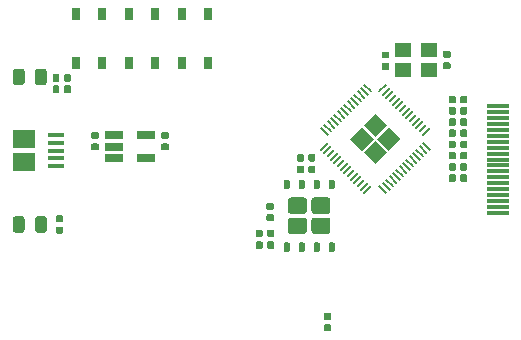
<source format=gbr>
G04 #@! TF.GenerationSoftware,KiCad,Pcbnew,5.1.5+dfsg1-2build2*
G04 #@! TF.CreationDate,2020-11-18T17:14:58+00:00*
G04 #@! TF.ProjectId,picodvi,7069636f-6476-4692-9e6b-696361645f70,rev?*
G04 #@! TF.SameCoordinates,Original*
G04 #@! TF.FileFunction,Paste,Top*
G04 #@! TF.FilePolarity,Positive*
%FSLAX46Y46*%
G04 Gerber Fmt 4.6, Leading zero omitted, Abs format (unit mm)*
G04 Created by KiCad (PCBNEW 5.1.5+dfsg1-2build2) date 2020-11-18 17:14:58*
%MOMM*%
%LPD*%
G04 APERTURE LIST*
%ADD10R,0.650000X1.050000*%
%ADD11C,0.100000*%
%ADD12R,1.900000X0.300000*%
%ADD13R,1.900000X1.500000*%
%ADD14R,1.350000X0.400000*%
%ADD15C,0.200000*%
%ADD16R,1.560000X0.650000*%
%ADD17R,1.400000X1.200000*%
G04 APERTURE END LIST*
D10*
X214925000Y-90075000D03*
X214925000Y-85925000D03*
X217075000Y-90075000D03*
X217075000Y-85925000D03*
X210425000Y-90075000D03*
X210425000Y-85925000D03*
X212575000Y-90075000D03*
X212575000Y-85925000D03*
X208075000Y-85925000D03*
X208075000Y-90075000D03*
X205925000Y-85925000D03*
X205925000Y-90075000D03*
D11*
G36*
X201330142Y-103051174D02*
G01*
X201353803Y-103054684D01*
X201377007Y-103060496D01*
X201399529Y-103068554D01*
X201421153Y-103078782D01*
X201441670Y-103091079D01*
X201460883Y-103105329D01*
X201478607Y-103121393D01*
X201494671Y-103139117D01*
X201508921Y-103158330D01*
X201521218Y-103178847D01*
X201531446Y-103200471D01*
X201539504Y-103222993D01*
X201545316Y-103246197D01*
X201548826Y-103269858D01*
X201550000Y-103293750D01*
X201550000Y-104206250D01*
X201548826Y-104230142D01*
X201545316Y-104253803D01*
X201539504Y-104277007D01*
X201531446Y-104299529D01*
X201521218Y-104321153D01*
X201508921Y-104341670D01*
X201494671Y-104360883D01*
X201478607Y-104378607D01*
X201460883Y-104394671D01*
X201441670Y-104408921D01*
X201421153Y-104421218D01*
X201399529Y-104431446D01*
X201377007Y-104439504D01*
X201353803Y-104445316D01*
X201330142Y-104448826D01*
X201306250Y-104450000D01*
X200818750Y-104450000D01*
X200794858Y-104448826D01*
X200771197Y-104445316D01*
X200747993Y-104439504D01*
X200725471Y-104431446D01*
X200703847Y-104421218D01*
X200683330Y-104408921D01*
X200664117Y-104394671D01*
X200646393Y-104378607D01*
X200630329Y-104360883D01*
X200616079Y-104341670D01*
X200603782Y-104321153D01*
X200593554Y-104299529D01*
X200585496Y-104277007D01*
X200579684Y-104253803D01*
X200576174Y-104230142D01*
X200575000Y-104206250D01*
X200575000Y-103293750D01*
X200576174Y-103269858D01*
X200579684Y-103246197D01*
X200585496Y-103222993D01*
X200593554Y-103200471D01*
X200603782Y-103178847D01*
X200616079Y-103158330D01*
X200630329Y-103139117D01*
X200646393Y-103121393D01*
X200664117Y-103105329D01*
X200683330Y-103091079D01*
X200703847Y-103078782D01*
X200725471Y-103068554D01*
X200747993Y-103060496D01*
X200771197Y-103054684D01*
X200794858Y-103051174D01*
X200818750Y-103050000D01*
X201306250Y-103050000D01*
X201330142Y-103051174D01*
G37*
G36*
X203205142Y-103051174D02*
G01*
X203228803Y-103054684D01*
X203252007Y-103060496D01*
X203274529Y-103068554D01*
X203296153Y-103078782D01*
X203316670Y-103091079D01*
X203335883Y-103105329D01*
X203353607Y-103121393D01*
X203369671Y-103139117D01*
X203383921Y-103158330D01*
X203396218Y-103178847D01*
X203406446Y-103200471D01*
X203414504Y-103222993D01*
X203420316Y-103246197D01*
X203423826Y-103269858D01*
X203425000Y-103293750D01*
X203425000Y-104206250D01*
X203423826Y-104230142D01*
X203420316Y-104253803D01*
X203414504Y-104277007D01*
X203406446Y-104299529D01*
X203396218Y-104321153D01*
X203383921Y-104341670D01*
X203369671Y-104360883D01*
X203353607Y-104378607D01*
X203335883Y-104394671D01*
X203316670Y-104408921D01*
X203296153Y-104421218D01*
X203274529Y-104431446D01*
X203252007Y-104439504D01*
X203228803Y-104445316D01*
X203205142Y-104448826D01*
X203181250Y-104450000D01*
X202693750Y-104450000D01*
X202669858Y-104448826D01*
X202646197Y-104445316D01*
X202622993Y-104439504D01*
X202600471Y-104431446D01*
X202578847Y-104421218D01*
X202558330Y-104408921D01*
X202539117Y-104394671D01*
X202521393Y-104378607D01*
X202505329Y-104360883D01*
X202491079Y-104341670D01*
X202478782Y-104321153D01*
X202468554Y-104299529D01*
X202460496Y-104277007D01*
X202454684Y-104253803D01*
X202451174Y-104230142D01*
X202450000Y-104206250D01*
X202450000Y-103293750D01*
X202451174Y-103269858D01*
X202454684Y-103246197D01*
X202460496Y-103222993D01*
X202468554Y-103200471D01*
X202478782Y-103178847D01*
X202491079Y-103158330D01*
X202505329Y-103139117D01*
X202521393Y-103121393D01*
X202539117Y-103105329D01*
X202558330Y-103091079D01*
X202578847Y-103078782D01*
X202600471Y-103068554D01*
X202622993Y-103060496D01*
X202646197Y-103054684D01*
X202669858Y-103051174D01*
X202693750Y-103050000D01*
X203181250Y-103050000D01*
X203205142Y-103051174D01*
G37*
D12*
X241600000Y-102750000D03*
X241600000Y-102250000D03*
X241600000Y-101750000D03*
X241600000Y-101250000D03*
X241600000Y-100750000D03*
X241600000Y-100250000D03*
X241600000Y-99750000D03*
X241600000Y-99250000D03*
X241600000Y-98750000D03*
X241600000Y-98250000D03*
X241600000Y-97750000D03*
X241600000Y-97250000D03*
X241600000Y-96750000D03*
X241600000Y-96250000D03*
X241600000Y-95750000D03*
X241600000Y-95250000D03*
X241600000Y-94750000D03*
X241600000Y-94250000D03*
X241600000Y-93750000D03*
D11*
G36*
X207706958Y-95920710D02*
G01*
X207721276Y-95922834D01*
X207735317Y-95926351D01*
X207748946Y-95931228D01*
X207762031Y-95937417D01*
X207774447Y-95944858D01*
X207786073Y-95953481D01*
X207796798Y-95963202D01*
X207806519Y-95973927D01*
X207815142Y-95985553D01*
X207822583Y-95997969D01*
X207828772Y-96011054D01*
X207833649Y-96024683D01*
X207837166Y-96038724D01*
X207839290Y-96053042D01*
X207840000Y-96067500D01*
X207840000Y-96362500D01*
X207839290Y-96376958D01*
X207837166Y-96391276D01*
X207833649Y-96405317D01*
X207828772Y-96418946D01*
X207822583Y-96432031D01*
X207815142Y-96444447D01*
X207806519Y-96456073D01*
X207796798Y-96466798D01*
X207786073Y-96476519D01*
X207774447Y-96485142D01*
X207762031Y-96492583D01*
X207748946Y-96498772D01*
X207735317Y-96503649D01*
X207721276Y-96507166D01*
X207706958Y-96509290D01*
X207692500Y-96510000D01*
X207347500Y-96510000D01*
X207333042Y-96509290D01*
X207318724Y-96507166D01*
X207304683Y-96503649D01*
X207291054Y-96498772D01*
X207277969Y-96492583D01*
X207265553Y-96485142D01*
X207253927Y-96476519D01*
X207243202Y-96466798D01*
X207233481Y-96456073D01*
X207224858Y-96444447D01*
X207217417Y-96432031D01*
X207211228Y-96418946D01*
X207206351Y-96405317D01*
X207202834Y-96391276D01*
X207200710Y-96376958D01*
X207200000Y-96362500D01*
X207200000Y-96067500D01*
X207200710Y-96053042D01*
X207202834Y-96038724D01*
X207206351Y-96024683D01*
X207211228Y-96011054D01*
X207217417Y-95997969D01*
X207224858Y-95985553D01*
X207233481Y-95973927D01*
X207243202Y-95963202D01*
X207253927Y-95953481D01*
X207265553Y-95944858D01*
X207277969Y-95937417D01*
X207291054Y-95931228D01*
X207304683Y-95926351D01*
X207318724Y-95922834D01*
X207333042Y-95920710D01*
X207347500Y-95920000D01*
X207692500Y-95920000D01*
X207706958Y-95920710D01*
G37*
G36*
X207706958Y-96890710D02*
G01*
X207721276Y-96892834D01*
X207735317Y-96896351D01*
X207748946Y-96901228D01*
X207762031Y-96907417D01*
X207774447Y-96914858D01*
X207786073Y-96923481D01*
X207796798Y-96933202D01*
X207806519Y-96943927D01*
X207815142Y-96955553D01*
X207822583Y-96967969D01*
X207828772Y-96981054D01*
X207833649Y-96994683D01*
X207837166Y-97008724D01*
X207839290Y-97023042D01*
X207840000Y-97037500D01*
X207840000Y-97332500D01*
X207839290Y-97346958D01*
X207837166Y-97361276D01*
X207833649Y-97375317D01*
X207828772Y-97388946D01*
X207822583Y-97402031D01*
X207815142Y-97414447D01*
X207806519Y-97426073D01*
X207796798Y-97436798D01*
X207786073Y-97446519D01*
X207774447Y-97455142D01*
X207762031Y-97462583D01*
X207748946Y-97468772D01*
X207735317Y-97473649D01*
X207721276Y-97477166D01*
X207706958Y-97479290D01*
X207692500Y-97480000D01*
X207347500Y-97480000D01*
X207333042Y-97479290D01*
X207318724Y-97477166D01*
X207304683Y-97473649D01*
X207291054Y-97468772D01*
X207277969Y-97462583D01*
X207265553Y-97455142D01*
X207253927Y-97446519D01*
X207243202Y-97436798D01*
X207233481Y-97426073D01*
X207224858Y-97414447D01*
X207217417Y-97402031D01*
X207211228Y-97388946D01*
X207206351Y-97375317D01*
X207202834Y-97361276D01*
X207200710Y-97346958D01*
X207200000Y-97332500D01*
X207200000Y-97037500D01*
X207200710Y-97023042D01*
X207202834Y-97008724D01*
X207206351Y-96994683D01*
X207211228Y-96981054D01*
X207217417Y-96967969D01*
X207224858Y-96955553D01*
X207233481Y-96943927D01*
X207243202Y-96933202D01*
X207253927Y-96923481D01*
X207265553Y-96914858D01*
X207277969Y-96907417D01*
X207291054Y-96901228D01*
X207304683Y-96896351D01*
X207318724Y-96892834D01*
X207333042Y-96890710D01*
X207347500Y-96890000D01*
X207692500Y-96890000D01*
X207706958Y-96890710D01*
G37*
G36*
X232286958Y-90075710D02*
G01*
X232301276Y-90077834D01*
X232315317Y-90081351D01*
X232328946Y-90086228D01*
X232342031Y-90092417D01*
X232354447Y-90099858D01*
X232366073Y-90108481D01*
X232376798Y-90118202D01*
X232386519Y-90128927D01*
X232395142Y-90140553D01*
X232402583Y-90152969D01*
X232408772Y-90166054D01*
X232413649Y-90179683D01*
X232417166Y-90193724D01*
X232419290Y-90208042D01*
X232420000Y-90222500D01*
X232420000Y-90517500D01*
X232419290Y-90531958D01*
X232417166Y-90546276D01*
X232413649Y-90560317D01*
X232408772Y-90573946D01*
X232402583Y-90587031D01*
X232395142Y-90599447D01*
X232386519Y-90611073D01*
X232376798Y-90621798D01*
X232366073Y-90631519D01*
X232354447Y-90640142D01*
X232342031Y-90647583D01*
X232328946Y-90653772D01*
X232315317Y-90658649D01*
X232301276Y-90662166D01*
X232286958Y-90664290D01*
X232272500Y-90665000D01*
X231927500Y-90665000D01*
X231913042Y-90664290D01*
X231898724Y-90662166D01*
X231884683Y-90658649D01*
X231871054Y-90653772D01*
X231857969Y-90647583D01*
X231845553Y-90640142D01*
X231833927Y-90631519D01*
X231823202Y-90621798D01*
X231813481Y-90611073D01*
X231804858Y-90599447D01*
X231797417Y-90587031D01*
X231791228Y-90573946D01*
X231786351Y-90560317D01*
X231782834Y-90546276D01*
X231780710Y-90531958D01*
X231780000Y-90517500D01*
X231780000Y-90222500D01*
X231780710Y-90208042D01*
X231782834Y-90193724D01*
X231786351Y-90179683D01*
X231791228Y-90166054D01*
X231797417Y-90152969D01*
X231804858Y-90140553D01*
X231813481Y-90128927D01*
X231823202Y-90118202D01*
X231833927Y-90108481D01*
X231845553Y-90099858D01*
X231857969Y-90092417D01*
X231871054Y-90086228D01*
X231884683Y-90081351D01*
X231898724Y-90077834D01*
X231913042Y-90075710D01*
X231927500Y-90075000D01*
X232272500Y-90075000D01*
X232286958Y-90075710D01*
G37*
G36*
X232286958Y-89105710D02*
G01*
X232301276Y-89107834D01*
X232315317Y-89111351D01*
X232328946Y-89116228D01*
X232342031Y-89122417D01*
X232354447Y-89129858D01*
X232366073Y-89138481D01*
X232376798Y-89148202D01*
X232386519Y-89158927D01*
X232395142Y-89170553D01*
X232402583Y-89182969D01*
X232408772Y-89196054D01*
X232413649Y-89209683D01*
X232417166Y-89223724D01*
X232419290Y-89238042D01*
X232420000Y-89252500D01*
X232420000Y-89547500D01*
X232419290Y-89561958D01*
X232417166Y-89576276D01*
X232413649Y-89590317D01*
X232408772Y-89603946D01*
X232402583Y-89617031D01*
X232395142Y-89629447D01*
X232386519Y-89641073D01*
X232376798Y-89651798D01*
X232366073Y-89661519D01*
X232354447Y-89670142D01*
X232342031Y-89677583D01*
X232328946Y-89683772D01*
X232315317Y-89688649D01*
X232301276Y-89692166D01*
X232286958Y-89694290D01*
X232272500Y-89695000D01*
X231927500Y-89695000D01*
X231913042Y-89694290D01*
X231898724Y-89692166D01*
X231884683Y-89688649D01*
X231871054Y-89683772D01*
X231857969Y-89677583D01*
X231845553Y-89670142D01*
X231833927Y-89661519D01*
X231823202Y-89651798D01*
X231813481Y-89641073D01*
X231804858Y-89629447D01*
X231797417Y-89617031D01*
X231791228Y-89603946D01*
X231786351Y-89590317D01*
X231782834Y-89576276D01*
X231780710Y-89561958D01*
X231780000Y-89547500D01*
X231780000Y-89252500D01*
X231780710Y-89238042D01*
X231782834Y-89223724D01*
X231786351Y-89209683D01*
X231791228Y-89196054D01*
X231797417Y-89182969D01*
X231804858Y-89170553D01*
X231813481Y-89158927D01*
X231823202Y-89148202D01*
X231833927Y-89138481D01*
X231845553Y-89129858D01*
X231857969Y-89122417D01*
X231871054Y-89116228D01*
X231884683Y-89111351D01*
X231898724Y-89107834D01*
X231913042Y-89105710D01*
X231927500Y-89105000D01*
X232272500Y-89105000D01*
X232286958Y-89105710D01*
G37*
G36*
X213626958Y-96890710D02*
G01*
X213641276Y-96892834D01*
X213655317Y-96896351D01*
X213668946Y-96901228D01*
X213682031Y-96907417D01*
X213694447Y-96914858D01*
X213706073Y-96923481D01*
X213716798Y-96933202D01*
X213726519Y-96943927D01*
X213735142Y-96955553D01*
X213742583Y-96967969D01*
X213748772Y-96981054D01*
X213753649Y-96994683D01*
X213757166Y-97008724D01*
X213759290Y-97023042D01*
X213760000Y-97037500D01*
X213760000Y-97332500D01*
X213759290Y-97346958D01*
X213757166Y-97361276D01*
X213753649Y-97375317D01*
X213748772Y-97388946D01*
X213742583Y-97402031D01*
X213735142Y-97414447D01*
X213726519Y-97426073D01*
X213716798Y-97436798D01*
X213706073Y-97446519D01*
X213694447Y-97455142D01*
X213682031Y-97462583D01*
X213668946Y-97468772D01*
X213655317Y-97473649D01*
X213641276Y-97477166D01*
X213626958Y-97479290D01*
X213612500Y-97480000D01*
X213267500Y-97480000D01*
X213253042Y-97479290D01*
X213238724Y-97477166D01*
X213224683Y-97473649D01*
X213211054Y-97468772D01*
X213197969Y-97462583D01*
X213185553Y-97455142D01*
X213173927Y-97446519D01*
X213163202Y-97436798D01*
X213153481Y-97426073D01*
X213144858Y-97414447D01*
X213137417Y-97402031D01*
X213131228Y-97388946D01*
X213126351Y-97375317D01*
X213122834Y-97361276D01*
X213120710Y-97346958D01*
X213120000Y-97332500D01*
X213120000Y-97037500D01*
X213120710Y-97023042D01*
X213122834Y-97008724D01*
X213126351Y-96994683D01*
X213131228Y-96981054D01*
X213137417Y-96967969D01*
X213144858Y-96955553D01*
X213153481Y-96943927D01*
X213163202Y-96933202D01*
X213173927Y-96923481D01*
X213185553Y-96914858D01*
X213197969Y-96907417D01*
X213211054Y-96901228D01*
X213224683Y-96896351D01*
X213238724Y-96892834D01*
X213253042Y-96890710D01*
X213267500Y-96890000D01*
X213612500Y-96890000D01*
X213626958Y-96890710D01*
G37*
G36*
X213626958Y-95920710D02*
G01*
X213641276Y-95922834D01*
X213655317Y-95926351D01*
X213668946Y-95931228D01*
X213682031Y-95937417D01*
X213694447Y-95944858D01*
X213706073Y-95953481D01*
X213716798Y-95963202D01*
X213726519Y-95973927D01*
X213735142Y-95985553D01*
X213742583Y-95997969D01*
X213748772Y-96011054D01*
X213753649Y-96024683D01*
X213757166Y-96038724D01*
X213759290Y-96053042D01*
X213760000Y-96067500D01*
X213760000Y-96362500D01*
X213759290Y-96376958D01*
X213757166Y-96391276D01*
X213753649Y-96405317D01*
X213748772Y-96418946D01*
X213742583Y-96432031D01*
X213735142Y-96444447D01*
X213726519Y-96456073D01*
X213716798Y-96466798D01*
X213706073Y-96476519D01*
X213694447Y-96485142D01*
X213682031Y-96492583D01*
X213668946Y-96498772D01*
X213655317Y-96503649D01*
X213641276Y-96507166D01*
X213626958Y-96509290D01*
X213612500Y-96510000D01*
X213267500Y-96510000D01*
X213253042Y-96509290D01*
X213238724Y-96507166D01*
X213224683Y-96503649D01*
X213211054Y-96498772D01*
X213197969Y-96492583D01*
X213185553Y-96485142D01*
X213173927Y-96476519D01*
X213163202Y-96466798D01*
X213153481Y-96456073D01*
X213144858Y-96444447D01*
X213137417Y-96432031D01*
X213131228Y-96418946D01*
X213126351Y-96405317D01*
X213122834Y-96391276D01*
X213120710Y-96376958D01*
X213120000Y-96362500D01*
X213120000Y-96067500D01*
X213120710Y-96053042D01*
X213122834Y-96038724D01*
X213126351Y-96024683D01*
X213131228Y-96011054D01*
X213137417Y-95997969D01*
X213144858Y-95985553D01*
X213153481Y-95973927D01*
X213163202Y-95963202D01*
X213173927Y-95953481D01*
X213185553Y-95944858D01*
X213197969Y-95937417D01*
X213211054Y-95931228D01*
X213224683Y-95926351D01*
X213238724Y-95922834D01*
X213253042Y-95920710D01*
X213267500Y-95920000D01*
X213612500Y-95920000D01*
X213626958Y-95920710D01*
G37*
G36*
X237486958Y-90025710D02*
G01*
X237501276Y-90027834D01*
X237515317Y-90031351D01*
X237528946Y-90036228D01*
X237542031Y-90042417D01*
X237554447Y-90049858D01*
X237566073Y-90058481D01*
X237576798Y-90068202D01*
X237586519Y-90078927D01*
X237595142Y-90090553D01*
X237602583Y-90102969D01*
X237608772Y-90116054D01*
X237613649Y-90129683D01*
X237617166Y-90143724D01*
X237619290Y-90158042D01*
X237620000Y-90172500D01*
X237620000Y-90467500D01*
X237619290Y-90481958D01*
X237617166Y-90496276D01*
X237613649Y-90510317D01*
X237608772Y-90523946D01*
X237602583Y-90537031D01*
X237595142Y-90549447D01*
X237586519Y-90561073D01*
X237576798Y-90571798D01*
X237566073Y-90581519D01*
X237554447Y-90590142D01*
X237542031Y-90597583D01*
X237528946Y-90603772D01*
X237515317Y-90608649D01*
X237501276Y-90612166D01*
X237486958Y-90614290D01*
X237472500Y-90615000D01*
X237127500Y-90615000D01*
X237113042Y-90614290D01*
X237098724Y-90612166D01*
X237084683Y-90608649D01*
X237071054Y-90603772D01*
X237057969Y-90597583D01*
X237045553Y-90590142D01*
X237033927Y-90581519D01*
X237023202Y-90571798D01*
X237013481Y-90561073D01*
X237004858Y-90549447D01*
X236997417Y-90537031D01*
X236991228Y-90523946D01*
X236986351Y-90510317D01*
X236982834Y-90496276D01*
X236980710Y-90481958D01*
X236980000Y-90467500D01*
X236980000Y-90172500D01*
X236980710Y-90158042D01*
X236982834Y-90143724D01*
X236986351Y-90129683D01*
X236991228Y-90116054D01*
X236997417Y-90102969D01*
X237004858Y-90090553D01*
X237013481Y-90078927D01*
X237023202Y-90068202D01*
X237033927Y-90058481D01*
X237045553Y-90049858D01*
X237057969Y-90042417D01*
X237071054Y-90036228D01*
X237084683Y-90031351D01*
X237098724Y-90027834D01*
X237113042Y-90025710D01*
X237127500Y-90025000D01*
X237472500Y-90025000D01*
X237486958Y-90025710D01*
G37*
G36*
X237486958Y-89055710D02*
G01*
X237501276Y-89057834D01*
X237515317Y-89061351D01*
X237528946Y-89066228D01*
X237542031Y-89072417D01*
X237554447Y-89079858D01*
X237566073Y-89088481D01*
X237576798Y-89098202D01*
X237586519Y-89108927D01*
X237595142Y-89120553D01*
X237602583Y-89132969D01*
X237608772Y-89146054D01*
X237613649Y-89159683D01*
X237617166Y-89173724D01*
X237619290Y-89188042D01*
X237620000Y-89202500D01*
X237620000Y-89497500D01*
X237619290Y-89511958D01*
X237617166Y-89526276D01*
X237613649Y-89540317D01*
X237608772Y-89553946D01*
X237602583Y-89567031D01*
X237595142Y-89579447D01*
X237586519Y-89591073D01*
X237576798Y-89601798D01*
X237566073Y-89611519D01*
X237554447Y-89620142D01*
X237542031Y-89627583D01*
X237528946Y-89633772D01*
X237515317Y-89638649D01*
X237501276Y-89642166D01*
X237486958Y-89644290D01*
X237472500Y-89645000D01*
X237127500Y-89645000D01*
X237113042Y-89644290D01*
X237098724Y-89642166D01*
X237084683Y-89638649D01*
X237071054Y-89633772D01*
X237057969Y-89627583D01*
X237045553Y-89620142D01*
X237033927Y-89611519D01*
X237023202Y-89601798D01*
X237013481Y-89591073D01*
X237004858Y-89579447D01*
X236997417Y-89567031D01*
X236991228Y-89553946D01*
X236986351Y-89540317D01*
X236982834Y-89526276D01*
X236980710Y-89511958D01*
X236980000Y-89497500D01*
X236980000Y-89202500D01*
X236980710Y-89188042D01*
X236982834Y-89173724D01*
X236986351Y-89159683D01*
X236991228Y-89146054D01*
X236997417Y-89132969D01*
X237004858Y-89120553D01*
X237013481Y-89108927D01*
X237023202Y-89098202D01*
X237033927Y-89088481D01*
X237045553Y-89079858D01*
X237057969Y-89072417D01*
X237071054Y-89066228D01*
X237084683Y-89061351D01*
X237098724Y-89057834D01*
X237113042Y-89055710D01*
X237127500Y-89055000D01*
X237472500Y-89055000D01*
X237486958Y-89055710D01*
G37*
G36*
X222536958Y-101920710D02*
G01*
X222551276Y-101922834D01*
X222565317Y-101926351D01*
X222578946Y-101931228D01*
X222592031Y-101937417D01*
X222604447Y-101944858D01*
X222616073Y-101953481D01*
X222626798Y-101963202D01*
X222636519Y-101973927D01*
X222645142Y-101985553D01*
X222652583Y-101997969D01*
X222658772Y-102011054D01*
X222663649Y-102024683D01*
X222667166Y-102038724D01*
X222669290Y-102053042D01*
X222670000Y-102067500D01*
X222670000Y-102362500D01*
X222669290Y-102376958D01*
X222667166Y-102391276D01*
X222663649Y-102405317D01*
X222658772Y-102418946D01*
X222652583Y-102432031D01*
X222645142Y-102444447D01*
X222636519Y-102456073D01*
X222626798Y-102466798D01*
X222616073Y-102476519D01*
X222604447Y-102485142D01*
X222592031Y-102492583D01*
X222578946Y-102498772D01*
X222565317Y-102503649D01*
X222551276Y-102507166D01*
X222536958Y-102509290D01*
X222522500Y-102510000D01*
X222177500Y-102510000D01*
X222163042Y-102509290D01*
X222148724Y-102507166D01*
X222134683Y-102503649D01*
X222121054Y-102498772D01*
X222107969Y-102492583D01*
X222095553Y-102485142D01*
X222083927Y-102476519D01*
X222073202Y-102466798D01*
X222063481Y-102456073D01*
X222054858Y-102444447D01*
X222047417Y-102432031D01*
X222041228Y-102418946D01*
X222036351Y-102405317D01*
X222032834Y-102391276D01*
X222030710Y-102376958D01*
X222030000Y-102362500D01*
X222030000Y-102067500D01*
X222030710Y-102053042D01*
X222032834Y-102038724D01*
X222036351Y-102024683D01*
X222041228Y-102011054D01*
X222047417Y-101997969D01*
X222054858Y-101985553D01*
X222063481Y-101973927D01*
X222073202Y-101963202D01*
X222083927Y-101953481D01*
X222095553Y-101944858D01*
X222107969Y-101937417D01*
X222121054Y-101931228D01*
X222134683Y-101926351D01*
X222148724Y-101922834D01*
X222163042Y-101920710D01*
X222177500Y-101920000D01*
X222522500Y-101920000D01*
X222536958Y-101920710D01*
G37*
G36*
X222536958Y-102890710D02*
G01*
X222551276Y-102892834D01*
X222565317Y-102896351D01*
X222578946Y-102901228D01*
X222592031Y-102907417D01*
X222604447Y-102914858D01*
X222616073Y-102923481D01*
X222626798Y-102933202D01*
X222636519Y-102943927D01*
X222645142Y-102955553D01*
X222652583Y-102967969D01*
X222658772Y-102981054D01*
X222663649Y-102994683D01*
X222667166Y-103008724D01*
X222669290Y-103023042D01*
X222670000Y-103037500D01*
X222670000Y-103332500D01*
X222669290Y-103346958D01*
X222667166Y-103361276D01*
X222663649Y-103375317D01*
X222658772Y-103388946D01*
X222652583Y-103402031D01*
X222645142Y-103414447D01*
X222636519Y-103426073D01*
X222626798Y-103436798D01*
X222616073Y-103446519D01*
X222604447Y-103455142D01*
X222592031Y-103462583D01*
X222578946Y-103468772D01*
X222565317Y-103473649D01*
X222551276Y-103477166D01*
X222536958Y-103479290D01*
X222522500Y-103480000D01*
X222177500Y-103480000D01*
X222163042Y-103479290D01*
X222148724Y-103477166D01*
X222134683Y-103473649D01*
X222121054Y-103468772D01*
X222107969Y-103462583D01*
X222095553Y-103455142D01*
X222083927Y-103446519D01*
X222073202Y-103436798D01*
X222063481Y-103426073D01*
X222054858Y-103414447D01*
X222047417Y-103402031D01*
X222041228Y-103388946D01*
X222036351Y-103375317D01*
X222032834Y-103361276D01*
X222030710Y-103346958D01*
X222030000Y-103332500D01*
X222030000Y-103037500D01*
X222030710Y-103023042D01*
X222032834Y-103008724D01*
X222036351Y-102994683D01*
X222041228Y-102981054D01*
X222047417Y-102967969D01*
X222054858Y-102955553D01*
X222063481Y-102943927D01*
X222073202Y-102933202D01*
X222083927Y-102923481D01*
X222095553Y-102914858D01*
X222107969Y-102907417D01*
X222121054Y-102901228D01*
X222134683Y-102896351D01*
X222148724Y-102892834D01*
X222163042Y-102890710D01*
X222177500Y-102890000D01*
X222522500Y-102890000D01*
X222536958Y-102890710D01*
G37*
G36*
X201330142Y-90551174D02*
G01*
X201353803Y-90554684D01*
X201377007Y-90560496D01*
X201399529Y-90568554D01*
X201421153Y-90578782D01*
X201441670Y-90591079D01*
X201460883Y-90605329D01*
X201478607Y-90621393D01*
X201494671Y-90639117D01*
X201508921Y-90658330D01*
X201521218Y-90678847D01*
X201531446Y-90700471D01*
X201539504Y-90722993D01*
X201545316Y-90746197D01*
X201548826Y-90769858D01*
X201550000Y-90793750D01*
X201550000Y-91706250D01*
X201548826Y-91730142D01*
X201545316Y-91753803D01*
X201539504Y-91777007D01*
X201531446Y-91799529D01*
X201521218Y-91821153D01*
X201508921Y-91841670D01*
X201494671Y-91860883D01*
X201478607Y-91878607D01*
X201460883Y-91894671D01*
X201441670Y-91908921D01*
X201421153Y-91921218D01*
X201399529Y-91931446D01*
X201377007Y-91939504D01*
X201353803Y-91945316D01*
X201330142Y-91948826D01*
X201306250Y-91950000D01*
X200818750Y-91950000D01*
X200794858Y-91948826D01*
X200771197Y-91945316D01*
X200747993Y-91939504D01*
X200725471Y-91931446D01*
X200703847Y-91921218D01*
X200683330Y-91908921D01*
X200664117Y-91894671D01*
X200646393Y-91878607D01*
X200630329Y-91860883D01*
X200616079Y-91841670D01*
X200603782Y-91821153D01*
X200593554Y-91799529D01*
X200585496Y-91777007D01*
X200579684Y-91753803D01*
X200576174Y-91730142D01*
X200575000Y-91706250D01*
X200575000Y-90793750D01*
X200576174Y-90769858D01*
X200579684Y-90746197D01*
X200585496Y-90722993D01*
X200593554Y-90700471D01*
X200603782Y-90678847D01*
X200616079Y-90658330D01*
X200630329Y-90639117D01*
X200646393Y-90621393D01*
X200664117Y-90605329D01*
X200683330Y-90591079D01*
X200703847Y-90578782D01*
X200725471Y-90568554D01*
X200747993Y-90560496D01*
X200771197Y-90554684D01*
X200794858Y-90551174D01*
X200818750Y-90550000D01*
X201306250Y-90550000D01*
X201330142Y-90551174D01*
G37*
G36*
X203205142Y-90551174D02*
G01*
X203228803Y-90554684D01*
X203252007Y-90560496D01*
X203274529Y-90568554D01*
X203296153Y-90578782D01*
X203316670Y-90591079D01*
X203335883Y-90605329D01*
X203353607Y-90621393D01*
X203369671Y-90639117D01*
X203383921Y-90658330D01*
X203396218Y-90678847D01*
X203406446Y-90700471D01*
X203414504Y-90722993D01*
X203420316Y-90746197D01*
X203423826Y-90769858D01*
X203425000Y-90793750D01*
X203425000Y-91706250D01*
X203423826Y-91730142D01*
X203420316Y-91753803D01*
X203414504Y-91777007D01*
X203406446Y-91799529D01*
X203396218Y-91821153D01*
X203383921Y-91841670D01*
X203369671Y-91860883D01*
X203353607Y-91878607D01*
X203335883Y-91894671D01*
X203316670Y-91908921D01*
X203296153Y-91921218D01*
X203274529Y-91931446D01*
X203252007Y-91939504D01*
X203228803Y-91945316D01*
X203205142Y-91948826D01*
X203181250Y-91950000D01*
X202693750Y-91950000D01*
X202669858Y-91948826D01*
X202646197Y-91945316D01*
X202622993Y-91939504D01*
X202600471Y-91931446D01*
X202578847Y-91921218D01*
X202558330Y-91908921D01*
X202539117Y-91894671D01*
X202521393Y-91878607D01*
X202505329Y-91860883D01*
X202491079Y-91841670D01*
X202478782Y-91821153D01*
X202468554Y-91799529D01*
X202460496Y-91777007D01*
X202454684Y-91753803D01*
X202451174Y-91730142D01*
X202450000Y-91706250D01*
X202450000Y-90793750D01*
X202451174Y-90769858D01*
X202454684Y-90746197D01*
X202460496Y-90722993D01*
X202468554Y-90700471D01*
X202478782Y-90678847D01*
X202491079Y-90658330D01*
X202505329Y-90639117D01*
X202521393Y-90621393D01*
X202539117Y-90605329D01*
X202558330Y-90591079D01*
X202578847Y-90578782D01*
X202600471Y-90568554D01*
X202622993Y-90560496D01*
X202646197Y-90554684D01*
X202669858Y-90551174D01*
X202693750Y-90550000D01*
X203181250Y-90550000D01*
X203205142Y-90551174D01*
G37*
D13*
X201512500Y-98500000D03*
D14*
X204212500Y-96850000D03*
X204212500Y-96200000D03*
X204212500Y-98800000D03*
X204212500Y-98150000D03*
X204212500Y-97500000D03*
D13*
X201512500Y-96500000D03*
D11*
G36*
X221576958Y-105180710D02*
G01*
X221591276Y-105182834D01*
X221605317Y-105186351D01*
X221618946Y-105191228D01*
X221632031Y-105197417D01*
X221644447Y-105204858D01*
X221656073Y-105213481D01*
X221666798Y-105223202D01*
X221676519Y-105233927D01*
X221685142Y-105245553D01*
X221692583Y-105257969D01*
X221698772Y-105271054D01*
X221703649Y-105284683D01*
X221707166Y-105298724D01*
X221709290Y-105313042D01*
X221710000Y-105327500D01*
X221710000Y-105672500D01*
X221709290Y-105686958D01*
X221707166Y-105701276D01*
X221703649Y-105715317D01*
X221698772Y-105728946D01*
X221692583Y-105742031D01*
X221685142Y-105754447D01*
X221676519Y-105766073D01*
X221666798Y-105776798D01*
X221656073Y-105786519D01*
X221644447Y-105795142D01*
X221632031Y-105802583D01*
X221618946Y-105808772D01*
X221605317Y-105813649D01*
X221591276Y-105817166D01*
X221576958Y-105819290D01*
X221562500Y-105820000D01*
X221267500Y-105820000D01*
X221253042Y-105819290D01*
X221238724Y-105817166D01*
X221224683Y-105813649D01*
X221211054Y-105808772D01*
X221197969Y-105802583D01*
X221185553Y-105795142D01*
X221173927Y-105786519D01*
X221163202Y-105776798D01*
X221153481Y-105766073D01*
X221144858Y-105754447D01*
X221137417Y-105742031D01*
X221131228Y-105728946D01*
X221126351Y-105715317D01*
X221122834Y-105701276D01*
X221120710Y-105686958D01*
X221120000Y-105672500D01*
X221120000Y-105327500D01*
X221120710Y-105313042D01*
X221122834Y-105298724D01*
X221126351Y-105284683D01*
X221131228Y-105271054D01*
X221137417Y-105257969D01*
X221144858Y-105245553D01*
X221153481Y-105233927D01*
X221163202Y-105223202D01*
X221173927Y-105213481D01*
X221185553Y-105204858D01*
X221197969Y-105197417D01*
X221211054Y-105191228D01*
X221224683Y-105186351D01*
X221238724Y-105182834D01*
X221253042Y-105180710D01*
X221267500Y-105180000D01*
X221562500Y-105180000D01*
X221576958Y-105180710D01*
G37*
G36*
X222546958Y-105180710D02*
G01*
X222561276Y-105182834D01*
X222575317Y-105186351D01*
X222588946Y-105191228D01*
X222602031Y-105197417D01*
X222614447Y-105204858D01*
X222626073Y-105213481D01*
X222636798Y-105223202D01*
X222646519Y-105233927D01*
X222655142Y-105245553D01*
X222662583Y-105257969D01*
X222668772Y-105271054D01*
X222673649Y-105284683D01*
X222677166Y-105298724D01*
X222679290Y-105313042D01*
X222680000Y-105327500D01*
X222680000Y-105672500D01*
X222679290Y-105686958D01*
X222677166Y-105701276D01*
X222673649Y-105715317D01*
X222668772Y-105728946D01*
X222662583Y-105742031D01*
X222655142Y-105754447D01*
X222646519Y-105766073D01*
X222636798Y-105776798D01*
X222626073Y-105786519D01*
X222614447Y-105795142D01*
X222602031Y-105802583D01*
X222588946Y-105808772D01*
X222575317Y-105813649D01*
X222561276Y-105817166D01*
X222546958Y-105819290D01*
X222532500Y-105820000D01*
X222237500Y-105820000D01*
X222223042Y-105819290D01*
X222208724Y-105817166D01*
X222194683Y-105813649D01*
X222181054Y-105808772D01*
X222167969Y-105802583D01*
X222155553Y-105795142D01*
X222143927Y-105786519D01*
X222133202Y-105776798D01*
X222123481Y-105766073D01*
X222114858Y-105754447D01*
X222107417Y-105742031D01*
X222101228Y-105728946D01*
X222096351Y-105715317D01*
X222092834Y-105701276D01*
X222090710Y-105686958D01*
X222090000Y-105672500D01*
X222090000Y-105327500D01*
X222090710Y-105313042D01*
X222092834Y-105298724D01*
X222096351Y-105284683D01*
X222101228Y-105271054D01*
X222107417Y-105257969D01*
X222114858Y-105245553D01*
X222123481Y-105233927D01*
X222133202Y-105223202D01*
X222143927Y-105213481D01*
X222155553Y-105204858D01*
X222167969Y-105197417D01*
X222181054Y-105191228D01*
X222194683Y-105186351D01*
X222208724Y-105182834D01*
X222223042Y-105180710D01*
X222237500Y-105180000D01*
X222532500Y-105180000D01*
X222546958Y-105180710D01*
G37*
G36*
X221576958Y-104180710D02*
G01*
X221591276Y-104182834D01*
X221605317Y-104186351D01*
X221618946Y-104191228D01*
X221632031Y-104197417D01*
X221644447Y-104204858D01*
X221656073Y-104213481D01*
X221666798Y-104223202D01*
X221676519Y-104233927D01*
X221685142Y-104245553D01*
X221692583Y-104257969D01*
X221698772Y-104271054D01*
X221703649Y-104284683D01*
X221707166Y-104298724D01*
X221709290Y-104313042D01*
X221710000Y-104327500D01*
X221710000Y-104672500D01*
X221709290Y-104686958D01*
X221707166Y-104701276D01*
X221703649Y-104715317D01*
X221698772Y-104728946D01*
X221692583Y-104742031D01*
X221685142Y-104754447D01*
X221676519Y-104766073D01*
X221666798Y-104776798D01*
X221656073Y-104786519D01*
X221644447Y-104795142D01*
X221632031Y-104802583D01*
X221618946Y-104808772D01*
X221605317Y-104813649D01*
X221591276Y-104817166D01*
X221576958Y-104819290D01*
X221562500Y-104820000D01*
X221267500Y-104820000D01*
X221253042Y-104819290D01*
X221238724Y-104817166D01*
X221224683Y-104813649D01*
X221211054Y-104808772D01*
X221197969Y-104802583D01*
X221185553Y-104795142D01*
X221173927Y-104786519D01*
X221163202Y-104776798D01*
X221153481Y-104766073D01*
X221144858Y-104754447D01*
X221137417Y-104742031D01*
X221131228Y-104728946D01*
X221126351Y-104715317D01*
X221122834Y-104701276D01*
X221120710Y-104686958D01*
X221120000Y-104672500D01*
X221120000Y-104327500D01*
X221120710Y-104313042D01*
X221122834Y-104298724D01*
X221126351Y-104284683D01*
X221131228Y-104271054D01*
X221137417Y-104257969D01*
X221144858Y-104245553D01*
X221153481Y-104233927D01*
X221163202Y-104223202D01*
X221173927Y-104213481D01*
X221185553Y-104204858D01*
X221197969Y-104197417D01*
X221211054Y-104191228D01*
X221224683Y-104186351D01*
X221238724Y-104182834D01*
X221253042Y-104180710D01*
X221267500Y-104180000D01*
X221562500Y-104180000D01*
X221576958Y-104180710D01*
G37*
G36*
X222546958Y-104180710D02*
G01*
X222561276Y-104182834D01*
X222575317Y-104186351D01*
X222588946Y-104191228D01*
X222602031Y-104197417D01*
X222614447Y-104204858D01*
X222626073Y-104213481D01*
X222636798Y-104223202D01*
X222646519Y-104233927D01*
X222655142Y-104245553D01*
X222662583Y-104257969D01*
X222668772Y-104271054D01*
X222673649Y-104284683D01*
X222677166Y-104298724D01*
X222679290Y-104313042D01*
X222680000Y-104327500D01*
X222680000Y-104672500D01*
X222679290Y-104686958D01*
X222677166Y-104701276D01*
X222673649Y-104715317D01*
X222668772Y-104728946D01*
X222662583Y-104742031D01*
X222655142Y-104754447D01*
X222646519Y-104766073D01*
X222636798Y-104776798D01*
X222626073Y-104786519D01*
X222614447Y-104795142D01*
X222602031Y-104802583D01*
X222588946Y-104808772D01*
X222575317Y-104813649D01*
X222561276Y-104817166D01*
X222546958Y-104819290D01*
X222532500Y-104820000D01*
X222237500Y-104820000D01*
X222223042Y-104819290D01*
X222208724Y-104817166D01*
X222194683Y-104813649D01*
X222181054Y-104808772D01*
X222167969Y-104802583D01*
X222155553Y-104795142D01*
X222143927Y-104786519D01*
X222133202Y-104776798D01*
X222123481Y-104766073D01*
X222114858Y-104754447D01*
X222107417Y-104742031D01*
X222101228Y-104728946D01*
X222096351Y-104715317D01*
X222092834Y-104701276D01*
X222090710Y-104686958D01*
X222090000Y-104672500D01*
X222090000Y-104327500D01*
X222090710Y-104313042D01*
X222092834Y-104298724D01*
X222096351Y-104284683D01*
X222101228Y-104271054D01*
X222107417Y-104257969D01*
X222114858Y-104245553D01*
X222123481Y-104233927D01*
X222133202Y-104223202D01*
X222143927Y-104213481D01*
X222155553Y-104204858D01*
X222167969Y-104197417D01*
X222181054Y-104191228D01*
X222194683Y-104186351D01*
X222208724Y-104182834D01*
X222223042Y-104180710D01*
X222237500Y-104180000D01*
X222532500Y-104180000D01*
X222546958Y-104180710D01*
G37*
G36*
X226046958Y-97780710D02*
G01*
X226061276Y-97782834D01*
X226075317Y-97786351D01*
X226088946Y-97791228D01*
X226102031Y-97797417D01*
X226114447Y-97804858D01*
X226126073Y-97813481D01*
X226136798Y-97823202D01*
X226146519Y-97833927D01*
X226155142Y-97845553D01*
X226162583Y-97857969D01*
X226168772Y-97871054D01*
X226173649Y-97884683D01*
X226177166Y-97898724D01*
X226179290Y-97913042D01*
X226180000Y-97927500D01*
X226180000Y-98272500D01*
X226179290Y-98286958D01*
X226177166Y-98301276D01*
X226173649Y-98315317D01*
X226168772Y-98328946D01*
X226162583Y-98342031D01*
X226155142Y-98354447D01*
X226146519Y-98366073D01*
X226136798Y-98376798D01*
X226126073Y-98386519D01*
X226114447Y-98395142D01*
X226102031Y-98402583D01*
X226088946Y-98408772D01*
X226075317Y-98413649D01*
X226061276Y-98417166D01*
X226046958Y-98419290D01*
X226032500Y-98420000D01*
X225737500Y-98420000D01*
X225723042Y-98419290D01*
X225708724Y-98417166D01*
X225694683Y-98413649D01*
X225681054Y-98408772D01*
X225667969Y-98402583D01*
X225655553Y-98395142D01*
X225643927Y-98386519D01*
X225633202Y-98376798D01*
X225623481Y-98366073D01*
X225614858Y-98354447D01*
X225607417Y-98342031D01*
X225601228Y-98328946D01*
X225596351Y-98315317D01*
X225592834Y-98301276D01*
X225590710Y-98286958D01*
X225590000Y-98272500D01*
X225590000Y-97927500D01*
X225590710Y-97913042D01*
X225592834Y-97898724D01*
X225596351Y-97884683D01*
X225601228Y-97871054D01*
X225607417Y-97857969D01*
X225614858Y-97845553D01*
X225623481Y-97833927D01*
X225633202Y-97823202D01*
X225643927Y-97813481D01*
X225655553Y-97804858D01*
X225667969Y-97797417D01*
X225681054Y-97791228D01*
X225694683Y-97786351D01*
X225708724Y-97782834D01*
X225723042Y-97780710D01*
X225737500Y-97780000D01*
X226032500Y-97780000D01*
X226046958Y-97780710D01*
G37*
G36*
X225076958Y-97780710D02*
G01*
X225091276Y-97782834D01*
X225105317Y-97786351D01*
X225118946Y-97791228D01*
X225132031Y-97797417D01*
X225144447Y-97804858D01*
X225156073Y-97813481D01*
X225166798Y-97823202D01*
X225176519Y-97833927D01*
X225185142Y-97845553D01*
X225192583Y-97857969D01*
X225198772Y-97871054D01*
X225203649Y-97884683D01*
X225207166Y-97898724D01*
X225209290Y-97913042D01*
X225210000Y-97927500D01*
X225210000Y-98272500D01*
X225209290Y-98286958D01*
X225207166Y-98301276D01*
X225203649Y-98315317D01*
X225198772Y-98328946D01*
X225192583Y-98342031D01*
X225185142Y-98354447D01*
X225176519Y-98366073D01*
X225166798Y-98376798D01*
X225156073Y-98386519D01*
X225144447Y-98395142D01*
X225132031Y-98402583D01*
X225118946Y-98408772D01*
X225105317Y-98413649D01*
X225091276Y-98417166D01*
X225076958Y-98419290D01*
X225062500Y-98420000D01*
X224767500Y-98420000D01*
X224753042Y-98419290D01*
X224738724Y-98417166D01*
X224724683Y-98413649D01*
X224711054Y-98408772D01*
X224697969Y-98402583D01*
X224685553Y-98395142D01*
X224673927Y-98386519D01*
X224663202Y-98376798D01*
X224653481Y-98366073D01*
X224644858Y-98354447D01*
X224637417Y-98342031D01*
X224631228Y-98328946D01*
X224626351Y-98315317D01*
X224622834Y-98301276D01*
X224620710Y-98286958D01*
X224620000Y-98272500D01*
X224620000Y-97927500D01*
X224620710Y-97913042D01*
X224622834Y-97898724D01*
X224626351Y-97884683D01*
X224631228Y-97871054D01*
X224637417Y-97857969D01*
X224644858Y-97845553D01*
X224653481Y-97833927D01*
X224663202Y-97823202D01*
X224673927Y-97813481D01*
X224685553Y-97804858D01*
X224697969Y-97797417D01*
X224711054Y-97791228D01*
X224724683Y-97786351D01*
X224738724Y-97782834D01*
X224753042Y-97780710D01*
X224767500Y-97780000D01*
X225062500Y-97780000D01*
X225076958Y-97780710D01*
G37*
G36*
X225076958Y-98780710D02*
G01*
X225091276Y-98782834D01*
X225105317Y-98786351D01*
X225118946Y-98791228D01*
X225132031Y-98797417D01*
X225144447Y-98804858D01*
X225156073Y-98813481D01*
X225166798Y-98823202D01*
X225176519Y-98833927D01*
X225185142Y-98845553D01*
X225192583Y-98857969D01*
X225198772Y-98871054D01*
X225203649Y-98884683D01*
X225207166Y-98898724D01*
X225209290Y-98913042D01*
X225210000Y-98927500D01*
X225210000Y-99272500D01*
X225209290Y-99286958D01*
X225207166Y-99301276D01*
X225203649Y-99315317D01*
X225198772Y-99328946D01*
X225192583Y-99342031D01*
X225185142Y-99354447D01*
X225176519Y-99366073D01*
X225166798Y-99376798D01*
X225156073Y-99386519D01*
X225144447Y-99395142D01*
X225132031Y-99402583D01*
X225118946Y-99408772D01*
X225105317Y-99413649D01*
X225091276Y-99417166D01*
X225076958Y-99419290D01*
X225062500Y-99420000D01*
X224767500Y-99420000D01*
X224753042Y-99419290D01*
X224738724Y-99417166D01*
X224724683Y-99413649D01*
X224711054Y-99408772D01*
X224697969Y-99402583D01*
X224685553Y-99395142D01*
X224673927Y-99386519D01*
X224663202Y-99376798D01*
X224653481Y-99366073D01*
X224644858Y-99354447D01*
X224637417Y-99342031D01*
X224631228Y-99328946D01*
X224626351Y-99315317D01*
X224622834Y-99301276D01*
X224620710Y-99286958D01*
X224620000Y-99272500D01*
X224620000Y-98927500D01*
X224620710Y-98913042D01*
X224622834Y-98898724D01*
X224626351Y-98884683D01*
X224631228Y-98871054D01*
X224637417Y-98857969D01*
X224644858Y-98845553D01*
X224653481Y-98833927D01*
X224663202Y-98823202D01*
X224673927Y-98813481D01*
X224685553Y-98804858D01*
X224697969Y-98797417D01*
X224711054Y-98791228D01*
X224724683Y-98786351D01*
X224738724Y-98782834D01*
X224753042Y-98780710D01*
X224767500Y-98780000D01*
X225062500Y-98780000D01*
X225076958Y-98780710D01*
G37*
G36*
X226046958Y-98780710D02*
G01*
X226061276Y-98782834D01*
X226075317Y-98786351D01*
X226088946Y-98791228D01*
X226102031Y-98797417D01*
X226114447Y-98804858D01*
X226126073Y-98813481D01*
X226136798Y-98823202D01*
X226146519Y-98833927D01*
X226155142Y-98845553D01*
X226162583Y-98857969D01*
X226168772Y-98871054D01*
X226173649Y-98884683D01*
X226177166Y-98898724D01*
X226179290Y-98913042D01*
X226180000Y-98927500D01*
X226180000Y-99272500D01*
X226179290Y-99286958D01*
X226177166Y-99301276D01*
X226173649Y-99315317D01*
X226168772Y-99328946D01*
X226162583Y-99342031D01*
X226155142Y-99354447D01*
X226146519Y-99366073D01*
X226136798Y-99376798D01*
X226126073Y-99386519D01*
X226114447Y-99395142D01*
X226102031Y-99402583D01*
X226088946Y-99408772D01*
X226075317Y-99413649D01*
X226061276Y-99417166D01*
X226046958Y-99419290D01*
X226032500Y-99420000D01*
X225737500Y-99420000D01*
X225723042Y-99419290D01*
X225708724Y-99417166D01*
X225694683Y-99413649D01*
X225681054Y-99408772D01*
X225667969Y-99402583D01*
X225655553Y-99395142D01*
X225643927Y-99386519D01*
X225633202Y-99376798D01*
X225623481Y-99366073D01*
X225614858Y-99354447D01*
X225607417Y-99342031D01*
X225601228Y-99328946D01*
X225596351Y-99315317D01*
X225592834Y-99301276D01*
X225590710Y-99286958D01*
X225590000Y-99272500D01*
X225590000Y-98927500D01*
X225590710Y-98913042D01*
X225592834Y-98898724D01*
X225596351Y-98884683D01*
X225601228Y-98871054D01*
X225607417Y-98857969D01*
X225614858Y-98845553D01*
X225623481Y-98833927D01*
X225633202Y-98823202D01*
X225643927Y-98813481D01*
X225655553Y-98804858D01*
X225667969Y-98797417D01*
X225681054Y-98791228D01*
X225694683Y-98786351D01*
X225708724Y-98782834D01*
X225723042Y-98780710D01*
X225737500Y-98780000D01*
X226032500Y-98780000D01*
X226046958Y-98780710D01*
G37*
G36*
X204376958Y-91980710D02*
G01*
X204391276Y-91982834D01*
X204405317Y-91986351D01*
X204418946Y-91991228D01*
X204432031Y-91997417D01*
X204444447Y-92004858D01*
X204456073Y-92013481D01*
X204466798Y-92023202D01*
X204476519Y-92033927D01*
X204485142Y-92045553D01*
X204492583Y-92057969D01*
X204498772Y-92071054D01*
X204503649Y-92084683D01*
X204507166Y-92098724D01*
X204509290Y-92113042D01*
X204510000Y-92127500D01*
X204510000Y-92472500D01*
X204509290Y-92486958D01*
X204507166Y-92501276D01*
X204503649Y-92515317D01*
X204498772Y-92528946D01*
X204492583Y-92542031D01*
X204485142Y-92554447D01*
X204476519Y-92566073D01*
X204466798Y-92576798D01*
X204456073Y-92586519D01*
X204444447Y-92595142D01*
X204432031Y-92602583D01*
X204418946Y-92608772D01*
X204405317Y-92613649D01*
X204391276Y-92617166D01*
X204376958Y-92619290D01*
X204362500Y-92620000D01*
X204067500Y-92620000D01*
X204053042Y-92619290D01*
X204038724Y-92617166D01*
X204024683Y-92613649D01*
X204011054Y-92608772D01*
X203997969Y-92602583D01*
X203985553Y-92595142D01*
X203973927Y-92586519D01*
X203963202Y-92576798D01*
X203953481Y-92566073D01*
X203944858Y-92554447D01*
X203937417Y-92542031D01*
X203931228Y-92528946D01*
X203926351Y-92515317D01*
X203922834Y-92501276D01*
X203920710Y-92486958D01*
X203920000Y-92472500D01*
X203920000Y-92127500D01*
X203920710Y-92113042D01*
X203922834Y-92098724D01*
X203926351Y-92084683D01*
X203931228Y-92071054D01*
X203937417Y-92057969D01*
X203944858Y-92045553D01*
X203953481Y-92033927D01*
X203963202Y-92023202D01*
X203973927Y-92013481D01*
X203985553Y-92004858D01*
X203997969Y-91997417D01*
X204011054Y-91991228D01*
X204024683Y-91986351D01*
X204038724Y-91982834D01*
X204053042Y-91980710D01*
X204067500Y-91980000D01*
X204362500Y-91980000D01*
X204376958Y-91980710D01*
G37*
G36*
X205346958Y-91980710D02*
G01*
X205361276Y-91982834D01*
X205375317Y-91986351D01*
X205388946Y-91991228D01*
X205402031Y-91997417D01*
X205414447Y-92004858D01*
X205426073Y-92013481D01*
X205436798Y-92023202D01*
X205446519Y-92033927D01*
X205455142Y-92045553D01*
X205462583Y-92057969D01*
X205468772Y-92071054D01*
X205473649Y-92084683D01*
X205477166Y-92098724D01*
X205479290Y-92113042D01*
X205480000Y-92127500D01*
X205480000Y-92472500D01*
X205479290Y-92486958D01*
X205477166Y-92501276D01*
X205473649Y-92515317D01*
X205468772Y-92528946D01*
X205462583Y-92542031D01*
X205455142Y-92554447D01*
X205446519Y-92566073D01*
X205436798Y-92576798D01*
X205426073Y-92586519D01*
X205414447Y-92595142D01*
X205402031Y-92602583D01*
X205388946Y-92608772D01*
X205375317Y-92613649D01*
X205361276Y-92617166D01*
X205346958Y-92619290D01*
X205332500Y-92620000D01*
X205037500Y-92620000D01*
X205023042Y-92619290D01*
X205008724Y-92617166D01*
X204994683Y-92613649D01*
X204981054Y-92608772D01*
X204967969Y-92602583D01*
X204955553Y-92595142D01*
X204943927Y-92586519D01*
X204933202Y-92576798D01*
X204923481Y-92566073D01*
X204914858Y-92554447D01*
X204907417Y-92542031D01*
X204901228Y-92528946D01*
X204896351Y-92515317D01*
X204892834Y-92501276D01*
X204890710Y-92486958D01*
X204890000Y-92472500D01*
X204890000Y-92127500D01*
X204890710Y-92113042D01*
X204892834Y-92098724D01*
X204896351Y-92084683D01*
X204901228Y-92071054D01*
X204907417Y-92057969D01*
X204914858Y-92045553D01*
X204923481Y-92033927D01*
X204933202Y-92023202D01*
X204943927Y-92013481D01*
X204955553Y-92004858D01*
X204967969Y-91997417D01*
X204981054Y-91991228D01*
X204994683Y-91986351D01*
X205008724Y-91982834D01*
X205023042Y-91980710D01*
X205037500Y-91980000D01*
X205332500Y-91980000D01*
X205346958Y-91980710D01*
G37*
D15*
X232169239Y-101096194D02*
X231603553Y-100530508D01*
X232452082Y-100813352D02*
X231886396Y-100247666D01*
X232734925Y-100530509D02*
X232169239Y-99964823D01*
X233017767Y-100247666D02*
X232452081Y-99681980D01*
X233300610Y-99964824D02*
X232734924Y-99399138D01*
X233583453Y-99681981D02*
X233017767Y-99116295D01*
X233866295Y-99399138D02*
X233300609Y-98833452D01*
X234149138Y-99116295D02*
X233583452Y-98550609D01*
X234431981Y-98833453D02*
X233866295Y-98267767D01*
X234714824Y-98550610D02*
X234149138Y-97984924D01*
X234997666Y-98267767D02*
X234431980Y-97702081D01*
X235280509Y-97984925D02*
X234714823Y-97419239D01*
X235563352Y-97702082D02*
X234997666Y-97136396D01*
X235846194Y-97419239D02*
X235280508Y-96853553D01*
X235280508Y-96146447D02*
X235846194Y-95580761D01*
X234997666Y-95863604D02*
X235563352Y-95297918D01*
X234714823Y-95580761D02*
X235280509Y-95015075D01*
X234431980Y-95297919D02*
X234997666Y-94732233D01*
X234149138Y-95015076D02*
X234714824Y-94449390D01*
X233866295Y-94732233D02*
X234431981Y-94166547D01*
X233583452Y-94449391D02*
X234149138Y-93883705D01*
X233300609Y-94166548D02*
X233866295Y-93600862D01*
X233017767Y-93883705D02*
X233583453Y-93318019D01*
X232734924Y-93600862D02*
X233300610Y-93035176D01*
X232452081Y-93318020D02*
X233017767Y-92752334D01*
X232169239Y-93035177D02*
X232734925Y-92469491D01*
X231886396Y-92752334D02*
X232452082Y-92186648D01*
X231603553Y-92469492D02*
X232169239Y-91903806D01*
X230896447Y-92469492D02*
X230330761Y-91903806D01*
X230613604Y-92752334D02*
X230047918Y-92186648D01*
X230330761Y-93035177D02*
X229765075Y-92469491D01*
X230047919Y-93318020D02*
X229482233Y-92752334D01*
X229765076Y-93600862D02*
X229199390Y-93035176D01*
X229482233Y-93883705D02*
X228916547Y-93318019D01*
X229199391Y-94166548D02*
X228633705Y-93600862D01*
X228916548Y-94449391D02*
X228350862Y-93883705D01*
X228633705Y-94732233D02*
X228068019Y-94166547D01*
X228350862Y-95015076D02*
X227785176Y-94449390D01*
X228068020Y-95297919D02*
X227502334Y-94732233D01*
X227785177Y-95580761D02*
X227219491Y-95015075D01*
X227502334Y-95863604D02*
X226936648Y-95297918D01*
X227219492Y-96146447D02*
X226653806Y-95580761D01*
X226653806Y-97419239D02*
X227219492Y-96853553D01*
X226936648Y-97702082D02*
X227502334Y-97136396D01*
X227219491Y-97984925D02*
X227785177Y-97419239D01*
X227502334Y-98267767D02*
X228068020Y-97702081D01*
X227785176Y-98550610D02*
X228350862Y-97984924D01*
X228068019Y-98833453D02*
X228633705Y-98267767D01*
X228350862Y-99116295D02*
X228916548Y-98550609D01*
X228633705Y-99399138D02*
X229199391Y-98833452D01*
X228916547Y-99681981D02*
X229482233Y-99116295D01*
X229199390Y-99964824D02*
X229765076Y-99399138D01*
X229482233Y-100247666D02*
X230047919Y-99681980D01*
X229765075Y-100530509D02*
X230330761Y-99964823D01*
X230047918Y-100813352D02*
X230613604Y-100247666D01*
X230330761Y-101096194D02*
X230896447Y-100530508D01*
D11*
G36*
X232239949Y-97631371D02*
G01*
X231250000Y-98621320D01*
X230260051Y-97631371D01*
X231250000Y-96641422D01*
X232239949Y-97631371D01*
G37*
G36*
X233371320Y-96500000D02*
G01*
X232381371Y-97489949D01*
X231391422Y-96500000D01*
X232381371Y-95510051D01*
X233371320Y-96500000D01*
G37*
G36*
X231108578Y-96500000D02*
G01*
X230118629Y-97489949D01*
X229128680Y-96500000D01*
X230118629Y-95510051D01*
X231108578Y-96500000D01*
G37*
G36*
X232239949Y-95368629D02*
G01*
X231250000Y-96358578D01*
X230260051Y-95368629D01*
X231250000Y-94378680D01*
X232239949Y-95368629D01*
G37*
D16*
X209100000Y-96200000D03*
X209100000Y-97150000D03*
X209100000Y-98100000D03*
X211800000Y-98100000D03*
X211800000Y-96200000D03*
D11*
G36*
X204686958Y-102970710D02*
G01*
X204701276Y-102972834D01*
X204715317Y-102976351D01*
X204728946Y-102981228D01*
X204742031Y-102987417D01*
X204754447Y-102994858D01*
X204766073Y-103003481D01*
X204776798Y-103013202D01*
X204786519Y-103023927D01*
X204795142Y-103035553D01*
X204802583Y-103047969D01*
X204808772Y-103061054D01*
X204813649Y-103074683D01*
X204817166Y-103088724D01*
X204819290Y-103103042D01*
X204820000Y-103117500D01*
X204820000Y-103412500D01*
X204819290Y-103426958D01*
X204817166Y-103441276D01*
X204813649Y-103455317D01*
X204808772Y-103468946D01*
X204802583Y-103482031D01*
X204795142Y-103494447D01*
X204786519Y-103506073D01*
X204776798Y-103516798D01*
X204766073Y-103526519D01*
X204754447Y-103535142D01*
X204742031Y-103542583D01*
X204728946Y-103548772D01*
X204715317Y-103553649D01*
X204701276Y-103557166D01*
X204686958Y-103559290D01*
X204672500Y-103560000D01*
X204327500Y-103560000D01*
X204313042Y-103559290D01*
X204298724Y-103557166D01*
X204284683Y-103553649D01*
X204271054Y-103548772D01*
X204257969Y-103542583D01*
X204245553Y-103535142D01*
X204233927Y-103526519D01*
X204223202Y-103516798D01*
X204213481Y-103506073D01*
X204204858Y-103494447D01*
X204197417Y-103482031D01*
X204191228Y-103468946D01*
X204186351Y-103455317D01*
X204182834Y-103441276D01*
X204180710Y-103426958D01*
X204180000Y-103412500D01*
X204180000Y-103117500D01*
X204180710Y-103103042D01*
X204182834Y-103088724D01*
X204186351Y-103074683D01*
X204191228Y-103061054D01*
X204197417Y-103047969D01*
X204204858Y-103035553D01*
X204213481Y-103023927D01*
X204223202Y-103013202D01*
X204233927Y-103003481D01*
X204245553Y-102994858D01*
X204257969Y-102987417D01*
X204271054Y-102981228D01*
X204284683Y-102976351D01*
X204298724Y-102972834D01*
X204313042Y-102970710D01*
X204327500Y-102970000D01*
X204672500Y-102970000D01*
X204686958Y-102970710D01*
G37*
G36*
X204686958Y-103940710D02*
G01*
X204701276Y-103942834D01*
X204715317Y-103946351D01*
X204728946Y-103951228D01*
X204742031Y-103957417D01*
X204754447Y-103964858D01*
X204766073Y-103973481D01*
X204776798Y-103983202D01*
X204786519Y-103993927D01*
X204795142Y-104005553D01*
X204802583Y-104017969D01*
X204808772Y-104031054D01*
X204813649Y-104044683D01*
X204817166Y-104058724D01*
X204819290Y-104073042D01*
X204820000Y-104087500D01*
X204820000Y-104382500D01*
X204819290Y-104396958D01*
X204817166Y-104411276D01*
X204813649Y-104425317D01*
X204808772Y-104438946D01*
X204802583Y-104452031D01*
X204795142Y-104464447D01*
X204786519Y-104476073D01*
X204776798Y-104486798D01*
X204766073Y-104496519D01*
X204754447Y-104505142D01*
X204742031Y-104512583D01*
X204728946Y-104518772D01*
X204715317Y-104523649D01*
X204701276Y-104527166D01*
X204686958Y-104529290D01*
X204672500Y-104530000D01*
X204327500Y-104530000D01*
X204313042Y-104529290D01*
X204298724Y-104527166D01*
X204284683Y-104523649D01*
X204271054Y-104518772D01*
X204257969Y-104512583D01*
X204245553Y-104505142D01*
X204233927Y-104496519D01*
X204223202Y-104486798D01*
X204213481Y-104476073D01*
X204204858Y-104464447D01*
X204197417Y-104452031D01*
X204191228Y-104438946D01*
X204186351Y-104425317D01*
X204182834Y-104411276D01*
X204180710Y-104396958D01*
X204180000Y-104382500D01*
X204180000Y-104087500D01*
X204180710Y-104073042D01*
X204182834Y-104058724D01*
X204186351Y-104044683D01*
X204191228Y-104031054D01*
X204197417Y-104017969D01*
X204204858Y-104005553D01*
X204213481Y-103993927D01*
X204223202Y-103983202D01*
X204233927Y-103973481D01*
X204245553Y-103964858D01*
X204257969Y-103957417D01*
X204271054Y-103951228D01*
X204284683Y-103946351D01*
X204298724Y-103942834D01*
X204313042Y-103940710D01*
X204327500Y-103940000D01*
X204672500Y-103940000D01*
X204686958Y-103940710D01*
G37*
D17*
X233590000Y-90670000D03*
X235790000Y-90670000D03*
X235790000Y-88970000D03*
X233590000Y-88970000D03*
D11*
G36*
X227386958Y-111234710D02*
G01*
X227401276Y-111236834D01*
X227415317Y-111240351D01*
X227428946Y-111245228D01*
X227442031Y-111251417D01*
X227454447Y-111258858D01*
X227466073Y-111267481D01*
X227476798Y-111277202D01*
X227486519Y-111287927D01*
X227495142Y-111299553D01*
X227502583Y-111311969D01*
X227508772Y-111325054D01*
X227513649Y-111338683D01*
X227517166Y-111352724D01*
X227519290Y-111367042D01*
X227520000Y-111381500D01*
X227520000Y-111676500D01*
X227519290Y-111690958D01*
X227517166Y-111705276D01*
X227513649Y-111719317D01*
X227508772Y-111732946D01*
X227502583Y-111746031D01*
X227495142Y-111758447D01*
X227486519Y-111770073D01*
X227476798Y-111780798D01*
X227466073Y-111790519D01*
X227454447Y-111799142D01*
X227442031Y-111806583D01*
X227428946Y-111812772D01*
X227415317Y-111817649D01*
X227401276Y-111821166D01*
X227386958Y-111823290D01*
X227372500Y-111824000D01*
X227027500Y-111824000D01*
X227013042Y-111823290D01*
X226998724Y-111821166D01*
X226984683Y-111817649D01*
X226971054Y-111812772D01*
X226957969Y-111806583D01*
X226945553Y-111799142D01*
X226933927Y-111790519D01*
X226923202Y-111780798D01*
X226913481Y-111770073D01*
X226904858Y-111758447D01*
X226897417Y-111746031D01*
X226891228Y-111732946D01*
X226886351Y-111719317D01*
X226882834Y-111705276D01*
X226880710Y-111690958D01*
X226880000Y-111676500D01*
X226880000Y-111381500D01*
X226880710Y-111367042D01*
X226882834Y-111352724D01*
X226886351Y-111338683D01*
X226891228Y-111325054D01*
X226897417Y-111311969D01*
X226904858Y-111299553D01*
X226913481Y-111287927D01*
X226923202Y-111277202D01*
X226933927Y-111267481D01*
X226945553Y-111258858D01*
X226957969Y-111251417D01*
X226971054Y-111245228D01*
X226984683Y-111240351D01*
X226998724Y-111236834D01*
X227013042Y-111234710D01*
X227027500Y-111234000D01*
X227372500Y-111234000D01*
X227386958Y-111234710D01*
G37*
G36*
X227386958Y-112204710D02*
G01*
X227401276Y-112206834D01*
X227415317Y-112210351D01*
X227428946Y-112215228D01*
X227442031Y-112221417D01*
X227454447Y-112228858D01*
X227466073Y-112237481D01*
X227476798Y-112247202D01*
X227486519Y-112257927D01*
X227495142Y-112269553D01*
X227502583Y-112281969D01*
X227508772Y-112295054D01*
X227513649Y-112308683D01*
X227517166Y-112322724D01*
X227519290Y-112337042D01*
X227520000Y-112351500D01*
X227520000Y-112646500D01*
X227519290Y-112660958D01*
X227517166Y-112675276D01*
X227513649Y-112689317D01*
X227508772Y-112702946D01*
X227502583Y-112716031D01*
X227495142Y-112728447D01*
X227486519Y-112740073D01*
X227476798Y-112750798D01*
X227466073Y-112760519D01*
X227454447Y-112769142D01*
X227442031Y-112776583D01*
X227428946Y-112782772D01*
X227415317Y-112787649D01*
X227401276Y-112791166D01*
X227386958Y-112793290D01*
X227372500Y-112794000D01*
X227027500Y-112794000D01*
X227013042Y-112793290D01*
X226998724Y-112791166D01*
X226984683Y-112787649D01*
X226971054Y-112782772D01*
X226957969Y-112776583D01*
X226945553Y-112769142D01*
X226933927Y-112760519D01*
X226923202Y-112750798D01*
X226913481Y-112740073D01*
X226904858Y-112728447D01*
X226897417Y-112716031D01*
X226891228Y-112702946D01*
X226886351Y-112689317D01*
X226882834Y-112675276D01*
X226880710Y-112660958D01*
X226880000Y-112646500D01*
X226880000Y-112351500D01*
X226880710Y-112337042D01*
X226882834Y-112322724D01*
X226886351Y-112308683D01*
X226891228Y-112295054D01*
X226897417Y-112281969D01*
X226904858Y-112269553D01*
X226913481Y-112257927D01*
X226923202Y-112247202D01*
X226933927Y-112237481D01*
X226945553Y-112228858D01*
X226957969Y-112221417D01*
X226971054Y-112215228D01*
X226984683Y-112210351D01*
X226998724Y-112206834D01*
X227013042Y-112204710D01*
X227027500Y-112204000D01*
X227372500Y-112204000D01*
X227386958Y-112204710D01*
G37*
G36*
X204376958Y-91030710D02*
G01*
X204391276Y-91032834D01*
X204405317Y-91036351D01*
X204418946Y-91041228D01*
X204432031Y-91047417D01*
X204444447Y-91054858D01*
X204456073Y-91063481D01*
X204466798Y-91073202D01*
X204476519Y-91083927D01*
X204485142Y-91095553D01*
X204492583Y-91107969D01*
X204498772Y-91121054D01*
X204503649Y-91134683D01*
X204507166Y-91148724D01*
X204509290Y-91163042D01*
X204510000Y-91177500D01*
X204510000Y-91522500D01*
X204509290Y-91536958D01*
X204507166Y-91551276D01*
X204503649Y-91565317D01*
X204498772Y-91578946D01*
X204492583Y-91592031D01*
X204485142Y-91604447D01*
X204476519Y-91616073D01*
X204466798Y-91626798D01*
X204456073Y-91636519D01*
X204444447Y-91645142D01*
X204432031Y-91652583D01*
X204418946Y-91658772D01*
X204405317Y-91663649D01*
X204391276Y-91667166D01*
X204376958Y-91669290D01*
X204362500Y-91670000D01*
X204067500Y-91670000D01*
X204053042Y-91669290D01*
X204038724Y-91667166D01*
X204024683Y-91663649D01*
X204011054Y-91658772D01*
X203997969Y-91652583D01*
X203985553Y-91645142D01*
X203973927Y-91636519D01*
X203963202Y-91626798D01*
X203953481Y-91616073D01*
X203944858Y-91604447D01*
X203937417Y-91592031D01*
X203931228Y-91578946D01*
X203926351Y-91565317D01*
X203922834Y-91551276D01*
X203920710Y-91536958D01*
X203920000Y-91522500D01*
X203920000Y-91177500D01*
X203920710Y-91163042D01*
X203922834Y-91148724D01*
X203926351Y-91134683D01*
X203931228Y-91121054D01*
X203937417Y-91107969D01*
X203944858Y-91095553D01*
X203953481Y-91083927D01*
X203963202Y-91073202D01*
X203973927Y-91063481D01*
X203985553Y-91054858D01*
X203997969Y-91047417D01*
X204011054Y-91041228D01*
X204024683Y-91036351D01*
X204038724Y-91032834D01*
X204053042Y-91030710D01*
X204067500Y-91030000D01*
X204362500Y-91030000D01*
X204376958Y-91030710D01*
G37*
G36*
X205346958Y-91030710D02*
G01*
X205361276Y-91032834D01*
X205375317Y-91036351D01*
X205388946Y-91041228D01*
X205402031Y-91047417D01*
X205414447Y-91054858D01*
X205426073Y-91063481D01*
X205436798Y-91073202D01*
X205446519Y-91083927D01*
X205455142Y-91095553D01*
X205462583Y-91107969D01*
X205468772Y-91121054D01*
X205473649Y-91134683D01*
X205477166Y-91148724D01*
X205479290Y-91163042D01*
X205480000Y-91177500D01*
X205480000Y-91522500D01*
X205479290Y-91536958D01*
X205477166Y-91551276D01*
X205473649Y-91565317D01*
X205468772Y-91578946D01*
X205462583Y-91592031D01*
X205455142Y-91604447D01*
X205446519Y-91616073D01*
X205436798Y-91626798D01*
X205426073Y-91636519D01*
X205414447Y-91645142D01*
X205402031Y-91652583D01*
X205388946Y-91658772D01*
X205375317Y-91663649D01*
X205361276Y-91667166D01*
X205346958Y-91669290D01*
X205332500Y-91670000D01*
X205037500Y-91670000D01*
X205023042Y-91669290D01*
X205008724Y-91667166D01*
X204994683Y-91663649D01*
X204981054Y-91658772D01*
X204967969Y-91652583D01*
X204955553Y-91645142D01*
X204943927Y-91636519D01*
X204933202Y-91626798D01*
X204923481Y-91616073D01*
X204914858Y-91604447D01*
X204907417Y-91592031D01*
X204901228Y-91578946D01*
X204896351Y-91565317D01*
X204892834Y-91551276D01*
X204890710Y-91536958D01*
X204890000Y-91522500D01*
X204890000Y-91177500D01*
X204890710Y-91163042D01*
X204892834Y-91148724D01*
X204896351Y-91134683D01*
X204901228Y-91121054D01*
X204907417Y-91107969D01*
X204914858Y-91095553D01*
X204923481Y-91083927D01*
X204933202Y-91073202D01*
X204943927Y-91063481D01*
X204955553Y-91054858D01*
X204967969Y-91047417D01*
X204981054Y-91041228D01*
X204994683Y-91036351D01*
X205008724Y-91032834D01*
X205023042Y-91030710D01*
X205037500Y-91030000D01*
X205332500Y-91030000D01*
X205346958Y-91030710D01*
G37*
G36*
X223882252Y-99950602D02*
G01*
X223894386Y-99952402D01*
X223906286Y-99955382D01*
X223917835Y-99959515D01*
X223928925Y-99964760D01*
X223939446Y-99971066D01*
X223949299Y-99978374D01*
X223958388Y-99986612D01*
X223966626Y-99995701D01*
X223973934Y-100005554D01*
X223980240Y-100016075D01*
X223985485Y-100027165D01*
X223989618Y-100038714D01*
X223992598Y-100050614D01*
X223994398Y-100062748D01*
X223995000Y-100075000D01*
X223995000Y-100600000D01*
X223994398Y-100612252D01*
X223992598Y-100624386D01*
X223989618Y-100636286D01*
X223985485Y-100647835D01*
X223980240Y-100658925D01*
X223973934Y-100669446D01*
X223966626Y-100679299D01*
X223958388Y-100688388D01*
X223949299Y-100696626D01*
X223939446Y-100703934D01*
X223928925Y-100710240D01*
X223917835Y-100715485D01*
X223906286Y-100719618D01*
X223894386Y-100722598D01*
X223882252Y-100724398D01*
X223870000Y-100725000D01*
X223620000Y-100725000D01*
X223607748Y-100724398D01*
X223595614Y-100722598D01*
X223583714Y-100719618D01*
X223572165Y-100715485D01*
X223561075Y-100710240D01*
X223550554Y-100703934D01*
X223540701Y-100696626D01*
X223531612Y-100688388D01*
X223523374Y-100679299D01*
X223516066Y-100669446D01*
X223509760Y-100658925D01*
X223504515Y-100647835D01*
X223500382Y-100636286D01*
X223497402Y-100624386D01*
X223495602Y-100612252D01*
X223495000Y-100600000D01*
X223495000Y-100075000D01*
X223495602Y-100062748D01*
X223497402Y-100050614D01*
X223500382Y-100038714D01*
X223504515Y-100027165D01*
X223509760Y-100016075D01*
X223516066Y-100005554D01*
X223523374Y-99995701D01*
X223531612Y-99986612D01*
X223540701Y-99978374D01*
X223550554Y-99971066D01*
X223561075Y-99964760D01*
X223572165Y-99959515D01*
X223583714Y-99955382D01*
X223595614Y-99952402D01*
X223607748Y-99950602D01*
X223620000Y-99950000D01*
X223870000Y-99950000D01*
X223882252Y-99950602D01*
G37*
G36*
X225152252Y-99950602D02*
G01*
X225164386Y-99952402D01*
X225176286Y-99955382D01*
X225187835Y-99959515D01*
X225198925Y-99964760D01*
X225209446Y-99971066D01*
X225219299Y-99978374D01*
X225228388Y-99986612D01*
X225236626Y-99995701D01*
X225243934Y-100005554D01*
X225250240Y-100016075D01*
X225255485Y-100027165D01*
X225259618Y-100038714D01*
X225262598Y-100050614D01*
X225264398Y-100062748D01*
X225265000Y-100075000D01*
X225265000Y-100600000D01*
X225264398Y-100612252D01*
X225262598Y-100624386D01*
X225259618Y-100636286D01*
X225255485Y-100647835D01*
X225250240Y-100658925D01*
X225243934Y-100669446D01*
X225236626Y-100679299D01*
X225228388Y-100688388D01*
X225219299Y-100696626D01*
X225209446Y-100703934D01*
X225198925Y-100710240D01*
X225187835Y-100715485D01*
X225176286Y-100719618D01*
X225164386Y-100722598D01*
X225152252Y-100724398D01*
X225140000Y-100725000D01*
X224890000Y-100725000D01*
X224877748Y-100724398D01*
X224865614Y-100722598D01*
X224853714Y-100719618D01*
X224842165Y-100715485D01*
X224831075Y-100710240D01*
X224820554Y-100703934D01*
X224810701Y-100696626D01*
X224801612Y-100688388D01*
X224793374Y-100679299D01*
X224786066Y-100669446D01*
X224779760Y-100658925D01*
X224774515Y-100647835D01*
X224770382Y-100636286D01*
X224767402Y-100624386D01*
X224765602Y-100612252D01*
X224765000Y-100600000D01*
X224765000Y-100075000D01*
X224765602Y-100062748D01*
X224767402Y-100050614D01*
X224770382Y-100038714D01*
X224774515Y-100027165D01*
X224779760Y-100016075D01*
X224786066Y-100005554D01*
X224793374Y-99995701D01*
X224801612Y-99986612D01*
X224810701Y-99978374D01*
X224820554Y-99971066D01*
X224831075Y-99964760D01*
X224842165Y-99959515D01*
X224853714Y-99955382D01*
X224865614Y-99952402D01*
X224877748Y-99950602D01*
X224890000Y-99950000D01*
X225140000Y-99950000D01*
X225152252Y-99950602D01*
G37*
G36*
X226422252Y-99950602D02*
G01*
X226434386Y-99952402D01*
X226446286Y-99955382D01*
X226457835Y-99959515D01*
X226468925Y-99964760D01*
X226479446Y-99971066D01*
X226489299Y-99978374D01*
X226498388Y-99986612D01*
X226506626Y-99995701D01*
X226513934Y-100005554D01*
X226520240Y-100016075D01*
X226525485Y-100027165D01*
X226529618Y-100038714D01*
X226532598Y-100050614D01*
X226534398Y-100062748D01*
X226535000Y-100075000D01*
X226535000Y-100600000D01*
X226534398Y-100612252D01*
X226532598Y-100624386D01*
X226529618Y-100636286D01*
X226525485Y-100647835D01*
X226520240Y-100658925D01*
X226513934Y-100669446D01*
X226506626Y-100679299D01*
X226498388Y-100688388D01*
X226489299Y-100696626D01*
X226479446Y-100703934D01*
X226468925Y-100710240D01*
X226457835Y-100715485D01*
X226446286Y-100719618D01*
X226434386Y-100722598D01*
X226422252Y-100724398D01*
X226410000Y-100725000D01*
X226160000Y-100725000D01*
X226147748Y-100724398D01*
X226135614Y-100722598D01*
X226123714Y-100719618D01*
X226112165Y-100715485D01*
X226101075Y-100710240D01*
X226090554Y-100703934D01*
X226080701Y-100696626D01*
X226071612Y-100688388D01*
X226063374Y-100679299D01*
X226056066Y-100669446D01*
X226049760Y-100658925D01*
X226044515Y-100647835D01*
X226040382Y-100636286D01*
X226037402Y-100624386D01*
X226035602Y-100612252D01*
X226035000Y-100600000D01*
X226035000Y-100075000D01*
X226035602Y-100062748D01*
X226037402Y-100050614D01*
X226040382Y-100038714D01*
X226044515Y-100027165D01*
X226049760Y-100016075D01*
X226056066Y-100005554D01*
X226063374Y-99995701D01*
X226071612Y-99986612D01*
X226080701Y-99978374D01*
X226090554Y-99971066D01*
X226101075Y-99964760D01*
X226112165Y-99959515D01*
X226123714Y-99955382D01*
X226135614Y-99952402D01*
X226147748Y-99950602D01*
X226160000Y-99950000D01*
X226410000Y-99950000D01*
X226422252Y-99950602D01*
G37*
G36*
X227692252Y-99950602D02*
G01*
X227704386Y-99952402D01*
X227716286Y-99955382D01*
X227727835Y-99959515D01*
X227738925Y-99964760D01*
X227749446Y-99971066D01*
X227759299Y-99978374D01*
X227768388Y-99986612D01*
X227776626Y-99995701D01*
X227783934Y-100005554D01*
X227790240Y-100016075D01*
X227795485Y-100027165D01*
X227799618Y-100038714D01*
X227802598Y-100050614D01*
X227804398Y-100062748D01*
X227805000Y-100075000D01*
X227805000Y-100600000D01*
X227804398Y-100612252D01*
X227802598Y-100624386D01*
X227799618Y-100636286D01*
X227795485Y-100647835D01*
X227790240Y-100658925D01*
X227783934Y-100669446D01*
X227776626Y-100679299D01*
X227768388Y-100688388D01*
X227759299Y-100696626D01*
X227749446Y-100703934D01*
X227738925Y-100710240D01*
X227727835Y-100715485D01*
X227716286Y-100719618D01*
X227704386Y-100722598D01*
X227692252Y-100724398D01*
X227680000Y-100725000D01*
X227430000Y-100725000D01*
X227417748Y-100724398D01*
X227405614Y-100722598D01*
X227393714Y-100719618D01*
X227382165Y-100715485D01*
X227371075Y-100710240D01*
X227360554Y-100703934D01*
X227350701Y-100696626D01*
X227341612Y-100688388D01*
X227333374Y-100679299D01*
X227326066Y-100669446D01*
X227319760Y-100658925D01*
X227314515Y-100647835D01*
X227310382Y-100636286D01*
X227307402Y-100624386D01*
X227305602Y-100612252D01*
X227305000Y-100600000D01*
X227305000Y-100075000D01*
X227305602Y-100062748D01*
X227307402Y-100050614D01*
X227310382Y-100038714D01*
X227314515Y-100027165D01*
X227319760Y-100016075D01*
X227326066Y-100005554D01*
X227333374Y-99995701D01*
X227341612Y-99986612D01*
X227350701Y-99978374D01*
X227360554Y-99971066D01*
X227371075Y-99964760D01*
X227382165Y-99959515D01*
X227393714Y-99955382D01*
X227405614Y-99952402D01*
X227417748Y-99950602D01*
X227430000Y-99950000D01*
X227680000Y-99950000D01*
X227692252Y-99950602D01*
G37*
G36*
X227692252Y-105275602D02*
G01*
X227704386Y-105277402D01*
X227716286Y-105280382D01*
X227727835Y-105284515D01*
X227738925Y-105289760D01*
X227749446Y-105296066D01*
X227759299Y-105303374D01*
X227768388Y-105311612D01*
X227776626Y-105320701D01*
X227783934Y-105330554D01*
X227790240Y-105341075D01*
X227795485Y-105352165D01*
X227799618Y-105363714D01*
X227802598Y-105375614D01*
X227804398Y-105387748D01*
X227805000Y-105400000D01*
X227805000Y-105925000D01*
X227804398Y-105937252D01*
X227802598Y-105949386D01*
X227799618Y-105961286D01*
X227795485Y-105972835D01*
X227790240Y-105983925D01*
X227783934Y-105994446D01*
X227776626Y-106004299D01*
X227768388Y-106013388D01*
X227759299Y-106021626D01*
X227749446Y-106028934D01*
X227738925Y-106035240D01*
X227727835Y-106040485D01*
X227716286Y-106044618D01*
X227704386Y-106047598D01*
X227692252Y-106049398D01*
X227680000Y-106050000D01*
X227430000Y-106050000D01*
X227417748Y-106049398D01*
X227405614Y-106047598D01*
X227393714Y-106044618D01*
X227382165Y-106040485D01*
X227371075Y-106035240D01*
X227360554Y-106028934D01*
X227350701Y-106021626D01*
X227341612Y-106013388D01*
X227333374Y-106004299D01*
X227326066Y-105994446D01*
X227319760Y-105983925D01*
X227314515Y-105972835D01*
X227310382Y-105961286D01*
X227307402Y-105949386D01*
X227305602Y-105937252D01*
X227305000Y-105925000D01*
X227305000Y-105400000D01*
X227305602Y-105387748D01*
X227307402Y-105375614D01*
X227310382Y-105363714D01*
X227314515Y-105352165D01*
X227319760Y-105341075D01*
X227326066Y-105330554D01*
X227333374Y-105320701D01*
X227341612Y-105311612D01*
X227350701Y-105303374D01*
X227360554Y-105296066D01*
X227371075Y-105289760D01*
X227382165Y-105284515D01*
X227393714Y-105280382D01*
X227405614Y-105277402D01*
X227417748Y-105275602D01*
X227430000Y-105275000D01*
X227680000Y-105275000D01*
X227692252Y-105275602D01*
G37*
G36*
X226422252Y-105275602D02*
G01*
X226434386Y-105277402D01*
X226446286Y-105280382D01*
X226457835Y-105284515D01*
X226468925Y-105289760D01*
X226479446Y-105296066D01*
X226489299Y-105303374D01*
X226498388Y-105311612D01*
X226506626Y-105320701D01*
X226513934Y-105330554D01*
X226520240Y-105341075D01*
X226525485Y-105352165D01*
X226529618Y-105363714D01*
X226532598Y-105375614D01*
X226534398Y-105387748D01*
X226535000Y-105400000D01*
X226535000Y-105925000D01*
X226534398Y-105937252D01*
X226532598Y-105949386D01*
X226529618Y-105961286D01*
X226525485Y-105972835D01*
X226520240Y-105983925D01*
X226513934Y-105994446D01*
X226506626Y-106004299D01*
X226498388Y-106013388D01*
X226489299Y-106021626D01*
X226479446Y-106028934D01*
X226468925Y-106035240D01*
X226457835Y-106040485D01*
X226446286Y-106044618D01*
X226434386Y-106047598D01*
X226422252Y-106049398D01*
X226410000Y-106050000D01*
X226160000Y-106050000D01*
X226147748Y-106049398D01*
X226135614Y-106047598D01*
X226123714Y-106044618D01*
X226112165Y-106040485D01*
X226101075Y-106035240D01*
X226090554Y-106028934D01*
X226080701Y-106021626D01*
X226071612Y-106013388D01*
X226063374Y-106004299D01*
X226056066Y-105994446D01*
X226049760Y-105983925D01*
X226044515Y-105972835D01*
X226040382Y-105961286D01*
X226037402Y-105949386D01*
X226035602Y-105937252D01*
X226035000Y-105925000D01*
X226035000Y-105400000D01*
X226035602Y-105387748D01*
X226037402Y-105375614D01*
X226040382Y-105363714D01*
X226044515Y-105352165D01*
X226049760Y-105341075D01*
X226056066Y-105330554D01*
X226063374Y-105320701D01*
X226071612Y-105311612D01*
X226080701Y-105303374D01*
X226090554Y-105296066D01*
X226101075Y-105289760D01*
X226112165Y-105284515D01*
X226123714Y-105280382D01*
X226135614Y-105277402D01*
X226147748Y-105275602D01*
X226160000Y-105275000D01*
X226410000Y-105275000D01*
X226422252Y-105275602D01*
G37*
G36*
X225152252Y-105275602D02*
G01*
X225164386Y-105277402D01*
X225176286Y-105280382D01*
X225187835Y-105284515D01*
X225198925Y-105289760D01*
X225209446Y-105296066D01*
X225219299Y-105303374D01*
X225228388Y-105311612D01*
X225236626Y-105320701D01*
X225243934Y-105330554D01*
X225250240Y-105341075D01*
X225255485Y-105352165D01*
X225259618Y-105363714D01*
X225262598Y-105375614D01*
X225264398Y-105387748D01*
X225265000Y-105400000D01*
X225265000Y-105925000D01*
X225264398Y-105937252D01*
X225262598Y-105949386D01*
X225259618Y-105961286D01*
X225255485Y-105972835D01*
X225250240Y-105983925D01*
X225243934Y-105994446D01*
X225236626Y-106004299D01*
X225228388Y-106013388D01*
X225219299Y-106021626D01*
X225209446Y-106028934D01*
X225198925Y-106035240D01*
X225187835Y-106040485D01*
X225176286Y-106044618D01*
X225164386Y-106047598D01*
X225152252Y-106049398D01*
X225140000Y-106050000D01*
X224890000Y-106050000D01*
X224877748Y-106049398D01*
X224865614Y-106047598D01*
X224853714Y-106044618D01*
X224842165Y-106040485D01*
X224831075Y-106035240D01*
X224820554Y-106028934D01*
X224810701Y-106021626D01*
X224801612Y-106013388D01*
X224793374Y-106004299D01*
X224786066Y-105994446D01*
X224779760Y-105983925D01*
X224774515Y-105972835D01*
X224770382Y-105961286D01*
X224767402Y-105949386D01*
X224765602Y-105937252D01*
X224765000Y-105925000D01*
X224765000Y-105400000D01*
X224765602Y-105387748D01*
X224767402Y-105375614D01*
X224770382Y-105363714D01*
X224774515Y-105352165D01*
X224779760Y-105341075D01*
X224786066Y-105330554D01*
X224793374Y-105320701D01*
X224801612Y-105311612D01*
X224810701Y-105303374D01*
X224820554Y-105296066D01*
X224831075Y-105289760D01*
X224842165Y-105284515D01*
X224853714Y-105280382D01*
X224865614Y-105277402D01*
X224877748Y-105275602D01*
X224890000Y-105275000D01*
X225140000Y-105275000D01*
X225152252Y-105275602D01*
G37*
G36*
X223882252Y-105275602D02*
G01*
X223894386Y-105277402D01*
X223906286Y-105280382D01*
X223917835Y-105284515D01*
X223928925Y-105289760D01*
X223939446Y-105296066D01*
X223949299Y-105303374D01*
X223958388Y-105311612D01*
X223966626Y-105320701D01*
X223973934Y-105330554D01*
X223980240Y-105341075D01*
X223985485Y-105352165D01*
X223989618Y-105363714D01*
X223992598Y-105375614D01*
X223994398Y-105387748D01*
X223995000Y-105400000D01*
X223995000Y-105925000D01*
X223994398Y-105937252D01*
X223992598Y-105949386D01*
X223989618Y-105961286D01*
X223985485Y-105972835D01*
X223980240Y-105983925D01*
X223973934Y-105994446D01*
X223966626Y-106004299D01*
X223958388Y-106013388D01*
X223949299Y-106021626D01*
X223939446Y-106028934D01*
X223928925Y-106035240D01*
X223917835Y-106040485D01*
X223906286Y-106044618D01*
X223894386Y-106047598D01*
X223882252Y-106049398D01*
X223870000Y-106050000D01*
X223620000Y-106050000D01*
X223607748Y-106049398D01*
X223595614Y-106047598D01*
X223583714Y-106044618D01*
X223572165Y-106040485D01*
X223561075Y-106035240D01*
X223550554Y-106028934D01*
X223540701Y-106021626D01*
X223531612Y-106013388D01*
X223523374Y-106004299D01*
X223516066Y-105994446D01*
X223509760Y-105983925D01*
X223504515Y-105972835D01*
X223500382Y-105961286D01*
X223497402Y-105949386D01*
X223495602Y-105937252D01*
X223495000Y-105925000D01*
X223495000Y-105400000D01*
X223495602Y-105387748D01*
X223497402Y-105375614D01*
X223500382Y-105363714D01*
X223504515Y-105352165D01*
X223509760Y-105341075D01*
X223516066Y-105330554D01*
X223523374Y-105320701D01*
X223531612Y-105311612D01*
X223540701Y-105303374D01*
X223550554Y-105296066D01*
X223561075Y-105289760D01*
X223572165Y-105284515D01*
X223583714Y-105280382D01*
X223595614Y-105277402D01*
X223607748Y-105275602D01*
X223620000Y-105275000D01*
X223870000Y-105275000D01*
X223882252Y-105275602D01*
G37*
G36*
X227229504Y-101466204D02*
G01*
X227253773Y-101469804D01*
X227277571Y-101475765D01*
X227300671Y-101484030D01*
X227322849Y-101494520D01*
X227343893Y-101507133D01*
X227363598Y-101521747D01*
X227381777Y-101538223D01*
X227398253Y-101556402D01*
X227412867Y-101576107D01*
X227425480Y-101597151D01*
X227435970Y-101619329D01*
X227444235Y-101642429D01*
X227450196Y-101666227D01*
X227453796Y-101690496D01*
X227455000Y-101715000D01*
X227455000Y-102585000D01*
X227453796Y-102609504D01*
X227450196Y-102633773D01*
X227444235Y-102657571D01*
X227435970Y-102680671D01*
X227425480Y-102702849D01*
X227412867Y-102723893D01*
X227398253Y-102743598D01*
X227381777Y-102761777D01*
X227363598Y-102778253D01*
X227343893Y-102792867D01*
X227322849Y-102805480D01*
X227300671Y-102815970D01*
X227277571Y-102824235D01*
X227253773Y-102830196D01*
X227229504Y-102833796D01*
X227205000Y-102835000D01*
X226095000Y-102835000D01*
X226070496Y-102833796D01*
X226046227Y-102830196D01*
X226022429Y-102824235D01*
X225999329Y-102815970D01*
X225977151Y-102805480D01*
X225956107Y-102792867D01*
X225936402Y-102778253D01*
X225918223Y-102761777D01*
X225901747Y-102743598D01*
X225887133Y-102723893D01*
X225874520Y-102702849D01*
X225864030Y-102680671D01*
X225855765Y-102657571D01*
X225849804Y-102633773D01*
X225846204Y-102609504D01*
X225845000Y-102585000D01*
X225845000Y-101715000D01*
X225846204Y-101690496D01*
X225849804Y-101666227D01*
X225855765Y-101642429D01*
X225864030Y-101619329D01*
X225874520Y-101597151D01*
X225887133Y-101576107D01*
X225901747Y-101556402D01*
X225918223Y-101538223D01*
X225936402Y-101521747D01*
X225956107Y-101507133D01*
X225977151Y-101494520D01*
X225999329Y-101484030D01*
X226022429Y-101475765D01*
X226046227Y-101469804D01*
X226070496Y-101466204D01*
X226095000Y-101465000D01*
X227205000Y-101465000D01*
X227229504Y-101466204D01*
G37*
G36*
X225229504Y-101466204D02*
G01*
X225253773Y-101469804D01*
X225277571Y-101475765D01*
X225300671Y-101484030D01*
X225322849Y-101494520D01*
X225343893Y-101507133D01*
X225363598Y-101521747D01*
X225381777Y-101538223D01*
X225398253Y-101556402D01*
X225412867Y-101576107D01*
X225425480Y-101597151D01*
X225435970Y-101619329D01*
X225444235Y-101642429D01*
X225450196Y-101666227D01*
X225453796Y-101690496D01*
X225455000Y-101715000D01*
X225455000Y-102585000D01*
X225453796Y-102609504D01*
X225450196Y-102633773D01*
X225444235Y-102657571D01*
X225435970Y-102680671D01*
X225425480Y-102702849D01*
X225412867Y-102723893D01*
X225398253Y-102743598D01*
X225381777Y-102761777D01*
X225363598Y-102778253D01*
X225343893Y-102792867D01*
X225322849Y-102805480D01*
X225300671Y-102815970D01*
X225277571Y-102824235D01*
X225253773Y-102830196D01*
X225229504Y-102833796D01*
X225205000Y-102835000D01*
X224095000Y-102835000D01*
X224070496Y-102833796D01*
X224046227Y-102830196D01*
X224022429Y-102824235D01*
X223999329Y-102815970D01*
X223977151Y-102805480D01*
X223956107Y-102792867D01*
X223936402Y-102778253D01*
X223918223Y-102761777D01*
X223901747Y-102743598D01*
X223887133Y-102723893D01*
X223874520Y-102702849D01*
X223864030Y-102680671D01*
X223855765Y-102657571D01*
X223849804Y-102633773D01*
X223846204Y-102609504D01*
X223845000Y-102585000D01*
X223845000Y-101715000D01*
X223846204Y-101690496D01*
X223849804Y-101666227D01*
X223855765Y-101642429D01*
X223864030Y-101619329D01*
X223874520Y-101597151D01*
X223887133Y-101576107D01*
X223901747Y-101556402D01*
X223918223Y-101538223D01*
X223936402Y-101521747D01*
X223956107Y-101507133D01*
X223977151Y-101494520D01*
X223999329Y-101484030D01*
X224022429Y-101475765D01*
X224046227Y-101469804D01*
X224070496Y-101466204D01*
X224095000Y-101465000D01*
X225205000Y-101465000D01*
X225229504Y-101466204D01*
G37*
G36*
X227229504Y-103166204D02*
G01*
X227253773Y-103169804D01*
X227277571Y-103175765D01*
X227300671Y-103184030D01*
X227322849Y-103194520D01*
X227343893Y-103207133D01*
X227363598Y-103221747D01*
X227381777Y-103238223D01*
X227398253Y-103256402D01*
X227412867Y-103276107D01*
X227425480Y-103297151D01*
X227435970Y-103319329D01*
X227444235Y-103342429D01*
X227450196Y-103366227D01*
X227453796Y-103390496D01*
X227455000Y-103415000D01*
X227455000Y-104285000D01*
X227453796Y-104309504D01*
X227450196Y-104333773D01*
X227444235Y-104357571D01*
X227435970Y-104380671D01*
X227425480Y-104402849D01*
X227412867Y-104423893D01*
X227398253Y-104443598D01*
X227381777Y-104461777D01*
X227363598Y-104478253D01*
X227343893Y-104492867D01*
X227322849Y-104505480D01*
X227300671Y-104515970D01*
X227277571Y-104524235D01*
X227253773Y-104530196D01*
X227229504Y-104533796D01*
X227205000Y-104535000D01*
X226095000Y-104535000D01*
X226070496Y-104533796D01*
X226046227Y-104530196D01*
X226022429Y-104524235D01*
X225999329Y-104515970D01*
X225977151Y-104505480D01*
X225956107Y-104492867D01*
X225936402Y-104478253D01*
X225918223Y-104461777D01*
X225901747Y-104443598D01*
X225887133Y-104423893D01*
X225874520Y-104402849D01*
X225864030Y-104380671D01*
X225855765Y-104357571D01*
X225849804Y-104333773D01*
X225846204Y-104309504D01*
X225845000Y-104285000D01*
X225845000Y-103415000D01*
X225846204Y-103390496D01*
X225849804Y-103366227D01*
X225855765Y-103342429D01*
X225864030Y-103319329D01*
X225874520Y-103297151D01*
X225887133Y-103276107D01*
X225901747Y-103256402D01*
X225918223Y-103238223D01*
X225936402Y-103221747D01*
X225956107Y-103207133D01*
X225977151Y-103194520D01*
X225999329Y-103184030D01*
X226022429Y-103175765D01*
X226046227Y-103169804D01*
X226070496Y-103166204D01*
X226095000Y-103165000D01*
X227205000Y-103165000D01*
X227229504Y-103166204D01*
G37*
G36*
X225229504Y-103166204D02*
G01*
X225253773Y-103169804D01*
X225277571Y-103175765D01*
X225300671Y-103184030D01*
X225322849Y-103194520D01*
X225343893Y-103207133D01*
X225363598Y-103221747D01*
X225381777Y-103238223D01*
X225398253Y-103256402D01*
X225412867Y-103276107D01*
X225425480Y-103297151D01*
X225435970Y-103319329D01*
X225444235Y-103342429D01*
X225450196Y-103366227D01*
X225453796Y-103390496D01*
X225455000Y-103415000D01*
X225455000Y-104285000D01*
X225453796Y-104309504D01*
X225450196Y-104333773D01*
X225444235Y-104357571D01*
X225435970Y-104380671D01*
X225425480Y-104402849D01*
X225412867Y-104423893D01*
X225398253Y-104443598D01*
X225381777Y-104461777D01*
X225363598Y-104478253D01*
X225343893Y-104492867D01*
X225322849Y-104505480D01*
X225300671Y-104515970D01*
X225277571Y-104524235D01*
X225253773Y-104530196D01*
X225229504Y-104533796D01*
X225205000Y-104535000D01*
X224095000Y-104535000D01*
X224070496Y-104533796D01*
X224046227Y-104530196D01*
X224022429Y-104524235D01*
X223999329Y-104515970D01*
X223977151Y-104505480D01*
X223956107Y-104492867D01*
X223936402Y-104478253D01*
X223918223Y-104461777D01*
X223901747Y-104443598D01*
X223887133Y-104423893D01*
X223874520Y-104402849D01*
X223864030Y-104380671D01*
X223855765Y-104357571D01*
X223849804Y-104333773D01*
X223846204Y-104309504D01*
X223845000Y-104285000D01*
X223845000Y-103415000D01*
X223846204Y-103390496D01*
X223849804Y-103366227D01*
X223855765Y-103342429D01*
X223864030Y-103319329D01*
X223874520Y-103297151D01*
X223887133Y-103276107D01*
X223901747Y-103256402D01*
X223918223Y-103238223D01*
X223936402Y-103221747D01*
X223956107Y-103207133D01*
X223977151Y-103194520D01*
X223999329Y-103184030D01*
X224022429Y-103175765D01*
X224046227Y-103169804D01*
X224070496Y-103166204D01*
X224095000Y-103165000D01*
X225205000Y-103165000D01*
X225229504Y-103166204D01*
G37*
G36*
X238896958Y-92855710D02*
G01*
X238911276Y-92857834D01*
X238925317Y-92861351D01*
X238938946Y-92866228D01*
X238952031Y-92872417D01*
X238964447Y-92879858D01*
X238976073Y-92888481D01*
X238986798Y-92898202D01*
X238996519Y-92908927D01*
X239005142Y-92920553D01*
X239012583Y-92932969D01*
X239018772Y-92946054D01*
X239023649Y-92959683D01*
X239027166Y-92973724D01*
X239029290Y-92988042D01*
X239030000Y-93002500D01*
X239030000Y-93347500D01*
X239029290Y-93361958D01*
X239027166Y-93376276D01*
X239023649Y-93390317D01*
X239018772Y-93403946D01*
X239012583Y-93417031D01*
X239005142Y-93429447D01*
X238996519Y-93441073D01*
X238986798Y-93451798D01*
X238976073Y-93461519D01*
X238964447Y-93470142D01*
X238952031Y-93477583D01*
X238938946Y-93483772D01*
X238925317Y-93488649D01*
X238911276Y-93492166D01*
X238896958Y-93494290D01*
X238882500Y-93495000D01*
X238587500Y-93495000D01*
X238573042Y-93494290D01*
X238558724Y-93492166D01*
X238544683Y-93488649D01*
X238531054Y-93483772D01*
X238517969Y-93477583D01*
X238505553Y-93470142D01*
X238493927Y-93461519D01*
X238483202Y-93451798D01*
X238473481Y-93441073D01*
X238464858Y-93429447D01*
X238457417Y-93417031D01*
X238451228Y-93403946D01*
X238446351Y-93390317D01*
X238442834Y-93376276D01*
X238440710Y-93361958D01*
X238440000Y-93347500D01*
X238440000Y-93002500D01*
X238440710Y-92988042D01*
X238442834Y-92973724D01*
X238446351Y-92959683D01*
X238451228Y-92946054D01*
X238457417Y-92932969D01*
X238464858Y-92920553D01*
X238473481Y-92908927D01*
X238483202Y-92898202D01*
X238493927Y-92888481D01*
X238505553Y-92879858D01*
X238517969Y-92872417D01*
X238531054Y-92866228D01*
X238544683Y-92861351D01*
X238558724Y-92857834D01*
X238573042Y-92855710D01*
X238587500Y-92855000D01*
X238882500Y-92855000D01*
X238896958Y-92855710D01*
G37*
G36*
X237926958Y-92855710D02*
G01*
X237941276Y-92857834D01*
X237955317Y-92861351D01*
X237968946Y-92866228D01*
X237982031Y-92872417D01*
X237994447Y-92879858D01*
X238006073Y-92888481D01*
X238016798Y-92898202D01*
X238026519Y-92908927D01*
X238035142Y-92920553D01*
X238042583Y-92932969D01*
X238048772Y-92946054D01*
X238053649Y-92959683D01*
X238057166Y-92973724D01*
X238059290Y-92988042D01*
X238060000Y-93002500D01*
X238060000Y-93347500D01*
X238059290Y-93361958D01*
X238057166Y-93376276D01*
X238053649Y-93390317D01*
X238048772Y-93403946D01*
X238042583Y-93417031D01*
X238035142Y-93429447D01*
X238026519Y-93441073D01*
X238016798Y-93451798D01*
X238006073Y-93461519D01*
X237994447Y-93470142D01*
X237982031Y-93477583D01*
X237968946Y-93483772D01*
X237955317Y-93488649D01*
X237941276Y-93492166D01*
X237926958Y-93494290D01*
X237912500Y-93495000D01*
X237617500Y-93495000D01*
X237603042Y-93494290D01*
X237588724Y-93492166D01*
X237574683Y-93488649D01*
X237561054Y-93483772D01*
X237547969Y-93477583D01*
X237535553Y-93470142D01*
X237523927Y-93461519D01*
X237513202Y-93451798D01*
X237503481Y-93441073D01*
X237494858Y-93429447D01*
X237487417Y-93417031D01*
X237481228Y-93403946D01*
X237476351Y-93390317D01*
X237472834Y-93376276D01*
X237470710Y-93361958D01*
X237470000Y-93347500D01*
X237470000Y-93002500D01*
X237470710Y-92988042D01*
X237472834Y-92973724D01*
X237476351Y-92959683D01*
X237481228Y-92946054D01*
X237487417Y-92932969D01*
X237494858Y-92920553D01*
X237503481Y-92908927D01*
X237513202Y-92898202D01*
X237523927Y-92888481D01*
X237535553Y-92879858D01*
X237547969Y-92872417D01*
X237561054Y-92866228D01*
X237574683Y-92861351D01*
X237588724Y-92857834D01*
X237603042Y-92855710D01*
X237617500Y-92855000D01*
X237912500Y-92855000D01*
X237926958Y-92855710D01*
G37*
G36*
X238896958Y-94755710D02*
G01*
X238911276Y-94757834D01*
X238925317Y-94761351D01*
X238938946Y-94766228D01*
X238952031Y-94772417D01*
X238964447Y-94779858D01*
X238976073Y-94788481D01*
X238986798Y-94798202D01*
X238996519Y-94808927D01*
X239005142Y-94820553D01*
X239012583Y-94832969D01*
X239018772Y-94846054D01*
X239023649Y-94859683D01*
X239027166Y-94873724D01*
X239029290Y-94888042D01*
X239030000Y-94902500D01*
X239030000Y-95247500D01*
X239029290Y-95261958D01*
X239027166Y-95276276D01*
X239023649Y-95290317D01*
X239018772Y-95303946D01*
X239012583Y-95317031D01*
X239005142Y-95329447D01*
X238996519Y-95341073D01*
X238986798Y-95351798D01*
X238976073Y-95361519D01*
X238964447Y-95370142D01*
X238952031Y-95377583D01*
X238938946Y-95383772D01*
X238925317Y-95388649D01*
X238911276Y-95392166D01*
X238896958Y-95394290D01*
X238882500Y-95395000D01*
X238587500Y-95395000D01*
X238573042Y-95394290D01*
X238558724Y-95392166D01*
X238544683Y-95388649D01*
X238531054Y-95383772D01*
X238517969Y-95377583D01*
X238505553Y-95370142D01*
X238493927Y-95361519D01*
X238483202Y-95351798D01*
X238473481Y-95341073D01*
X238464858Y-95329447D01*
X238457417Y-95317031D01*
X238451228Y-95303946D01*
X238446351Y-95290317D01*
X238442834Y-95276276D01*
X238440710Y-95261958D01*
X238440000Y-95247500D01*
X238440000Y-94902500D01*
X238440710Y-94888042D01*
X238442834Y-94873724D01*
X238446351Y-94859683D01*
X238451228Y-94846054D01*
X238457417Y-94832969D01*
X238464858Y-94820553D01*
X238473481Y-94808927D01*
X238483202Y-94798202D01*
X238493927Y-94788481D01*
X238505553Y-94779858D01*
X238517969Y-94772417D01*
X238531054Y-94766228D01*
X238544683Y-94761351D01*
X238558724Y-94757834D01*
X238573042Y-94755710D01*
X238587500Y-94755000D01*
X238882500Y-94755000D01*
X238896958Y-94755710D01*
G37*
G36*
X237926958Y-94755710D02*
G01*
X237941276Y-94757834D01*
X237955317Y-94761351D01*
X237968946Y-94766228D01*
X237982031Y-94772417D01*
X237994447Y-94779858D01*
X238006073Y-94788481D01*
X238016798Y-94798202D01*
X238026519Y-94808927D01*
X238035142Y-94820553D01*
X238042583Y-94832969D01*
X238048772Y-94846054D01*
X238053649Y-94859683D01*
X238057166Y-94873724D01*
X238059290Y-94888042D01*
X238060000Y-94902500D01*
X238060000Y-95247500D01*
X238059290Y-95261958D01*
X238057166Y-95276276D01*
X238053649Y-95290317D01*
X238048772Y-95303946D01*
X238042583Y-95317031D01*
X238035142Y-95329447D01*
X238026519Y-95341073D01*
X238016798Y-95351798D01*
X238006073Y-95361519D01*
X237994447Y-95370142D01*
X237982031Y-95377583D01*
X237968946Y-95383772D01*
X237955317Y-95388649D01*
X237941276Y-95392166D01*
X237926958Y-95394290D01*
X237912500Y-95395000D01*
X237617500Y-95395000D01*
X237603042Y-95394290D01*
X237588724Y-95392166D01*
X237574683Y-95388649D01*
X237561054Y-95383772D01*
X237547969Y-95377583D01*
X237535553Y-95370142D01*
X237523927Y-95361519D01*
X237513202Y-95351798D01*
X237503481Y-95341073D01*
X237494858Y-95329447D01*
X237487417Y-95317031D01*
X237481228Y-95303946D01*
X237476351Y-95290317D01*
X237472834Y-95276276D01*
X237470710Y-95261958D01*
X237470000Y-95247500D01*
X237470000Y-94902500D01*
X237470710Y-94888042D01*
X237472834Y-94873724D01*
X237476351Y-94859683D01*
X237481228Y-94846054D01*
X237487417Y-94832969D01*
X237494858Y-94820553D01*
X237503481Y-94808927D01*
X237513202Y-94798202D01*
X237523927Y-94788481D01*
X237535553Y-94779858D01*
X237547969Y-94772417D01*
X237561054Y-94766228D01*
X237574683Y-94761351D01*
X237588724Y-94757834D01*
X237603042Y-94755710D01*
X237617500Y-94755000D01*
X237912500Y-94755000D01*
X237926958Y-94755710D01*
G37*
G36*
X238896958Y-96655710D02*
G01*
X238911276Y-96657834D01*
X238925317Y-96661351D01*
X238938946Y-96666228D01*
X238952031Y-96672417D01*
X238964447Y-96679858D01*
X238976073Y-96688481D01*
X238986798Y-96698202D01*
X238996519Y-96708927D01*
X239005142Y-96720553D01*
X239012583Y-96732969D01*
X239018772Y-96746054D01*
X239023649Y-96759683D01*
X239027166Y-96773724D01*
X239029290Y-96788042D01*
X239030000Y-96802500D01*
X239030000Y-97147500D01*
X239029290Y-97161958D01*
X239027166Y-97176276D01*
X239023649Y-97190317D01*
X239018772Y-97203946D01*
X239012583Y-97217031D01*
X239005142Y-97229447D01*
X238996519Y-97241073D01*
X238986798Y-97251798D01*
X238976073Y-97261519D01*
X238964447Y-97270142D01*
X238952031Y-97277583D01*
X238938946Y-97283772D01*
X238925317Y-97288649D01*
X238911276Y-97292166D01*
X238896958Y-97294290D01*
X238882500Y-97295000D01*
X238587500Y-97295000D01*
X238573042Y-97294290D01*
X238558724Y-97292166D01*
X238544683Y-97288649D01*
X238531054Y-97283772D01*
X238517969Y-97277583D01*
X238505553Y-97270142D01*
X238493927Y-97261519D01*
X238483202Y-97251798D01*
X238473481Y-97241073D01*
X238464858Y-97229447D01*
X238457417Y-97217031D01*
X238451228Y-97203946D01*
X238446351Y-97190317D01*
X238442834Y-97176276D01*
X238440710Y-97161958D01*
X238440000Y-97147500D01*
X238440000Y-96802500D01*
X238440710Y-96788042D01*
X238442834Y-96773724D01*
X238446351Y-96759683D01*
X238451228Y-96746054D01*
X238457417Y-96732969D01*
X238464858Y-96720553D01*
X238473481Y-96708927D01*
X238483202Y-96698202D01*
X238493927Y-96688481D01*
X238505553Y-96679858D01*
X238517969Y-96672417D01*
X238531054Y-96666228D01*
X238544683Y-96661351D01*
X238558724Y-96657834D01*
X238573042Y-96655710D01*
X238587500Y-96655000D01*
X238882500Y-96655000D01*
X238896958Y-96655710D01*
G37*
G36*
X237926958Y-96655710D02*
G01*
X237941276Y-96657834D01*
X237955317Y-96661351D01*
X237968946Y-96666228D01*
X237982031Y-96672417D01*
X237994447Y-96679858D01*
X238006073Y-96688481D01*
X238016798Y-96698202D01*
X238026519Y-96708927D01*
X238035142Y-96720553D01*
X238042583Y-96732969D01*
X238048772Y-96746054D01*
X238053649Y-96759683D01*
X238057166Y-96773724D01*
X238059290Y-96788042D01*
X238060000Y-96802500D01*
X238060000Y-97147500D01*
X238059290Y-97161958D01*
X238057166Y-97176276D01*
X238053649Y-97190317D01*
X238048772Y-97203946D01*
X238042583Y-97217031D01*
X238035142Y-97229447D01*
X238026519Y-97241073D01*
X238016798Y-97251798D01*
X238006073Y-97261519D01*
X237994447Y-97270142D01*
X237982031Y-97277583D01*
X237968946Y-97283772D01*
X237955317Y-97288649D01*
X237941276Y-97292166D01*
X237926958Y-97294290D01*
X237912500Y-97295000D01*
X237617500Y-97295000D01*
X237603042Y-97294290D01*
X237588724Y-97292166D01*
X237574683Y-97288649D01*
X237561054Y-97283772D01*
X237547969Y-97277583D01*
X237535553Y-97270142D01*
X237523927Y-97261519D01*
X237513202Y-97251798D01*
X237503481Y-97241073D01*
X237494858Y-97229447D01*
X237487417Y-97217031D01*
X237481228Y-97203946D01*
X237476351Y-97190317D01*
X237472834Y-97176276D01*
X237470710Y-97161958D01*
X237470000Y-97147500D01*
X237470000Y-96802500D01*
X237470710Y-96788042D01*
X237472834Y-96773724D01*
X237476351Y-96759683D01*
X237481228Y-96746054D01*
X237487417Y-96732969D01*
X237494858Y-96720553D01*
X237503481Y-96708927D01*
X237513202Y-96698202D01*
X237523927Y-96688481D01*
X237535553Y-96679858D01*
X237547969Y-96672417D01*
X237561054Y-96666228D01*
X237574683Y-96661351D01*
X237588724Y-96657834D01*
X237603042Y-96655710D01*
X237617500Y-96655000D01*
X237912500Y-96655000D01*
X237926958Y-96655710D01*
G37*
G36*
X238896958Y-98555710D02*
G01*
X238911276Y-98557834D01*
X238925317Y-98561351D01*
X238938946Y-98566228D01*
X238952031Y-98572417D01*
X238964447Y-98579858D01*
X238976073Y-98588481D01*
X238986798Y-98598202D01*
X238996519Y-98608927D01*
X239005142Y-98620553D01*
X239012583Y-98632969D01*
X239018772Y-98646054D01*
X239023649Y-98659683D01*
X239027166Y-98673724D01*
X239029290Y-98688042D01*
X239030000Y-98702500D01*
X239030000Y-99047500D01*
X239029290Y-99061958D01*
X239027166Y-99076276D01*
X239023649Y-99090317D01*
X239018772Y-99103946D01*
X239012583Y-99117031D01*
X239005142Y-99129447D01*
X238996519Y-99141073D01*
X238986798Y-99151798D01*
X238976073Y-99161519D01*
X238964447Y-99170142D01*
X238952031Y-99177583D01*
X238938946Y-99183772D01*
X238925317Y-99188649D01*
X238911276Y-99192166D01*
X238896958Y-99194290D01*
X238882500Y-99195000D01*
X238587500Y-99195000D01*
X238573042Y-99194290D01*
X238558724Y-99192166D01*
X238544683Y-99188649D01*
X238531054Y-99183772D01*
X238517969Y-99177583D01*
X238505553Y-99170142D01*
X238493927Y-99161519D01*
X238483202Y-99151798D01*
X238473481Y-99141073D01*
X238464858Y-99129447D01*
X238457417Y-99117031D01*
X238451228Y-99103946D01*
X238446351Y-99090317D01*
X238442834Y-99076276D01*
X238440710Y-99061958D01*
X238440000Y-99047500D01*
X238440000Y-98702500D01*
X238440710Y-98688042D01*
X238442834Y-98673724D01*
X238446351Y-98659683D01*
X238451228Y-98646054D01*
X238457417Y-98632969D01*
X238464858Y-98620553D01*
X238473481Y-98608927D01*
X238483202Y-98598202D01*
X238493927Y-98588481D01*
X238505553Y-98579858D01*
X238517969Y-98572417D01*
X238531054Y-98566228D01*
X238544683Y-98561351D01*
X238558724Y-98557834D01*
X238573042Y-98555710D01*
X238587500Y-98555000D01*
X238882500Y-98555000D01*
X238896958Y-98555710D01*
G37*
G36*
X237926958Y-98555710D02*
G01*
X237941276Y-98557834D01*
X237955317Y-98561351D01*
X237968946Y-98566228D01*
X237982031Y-98572417D01*
X237994447Y-98579858D01*
X238006073Y-98588481D01*
X238016798Y-98598202D01*
X238026519Y-98608927D01*
X238035142Y-98620553D01*
X238042583Y-98632969D01*
X238048772Y-98646054D01*
X238053649Y-98659683D01*
X238057166Y-98673724D01*
X238059290Y-98688042D01*
X238060000Y-98702500D01*
X238060000Y-99047500D01*
X238059290Y-99061958D01*
X238057166Y-99076276D01*
X238053649Y-99090317D01*
X238048772Y-99103946D01*
X238042583Y-99117031D01*
X238035142Y-99129447D01*
X238026519Y-99141073D01*
X238016798Y-99151798D01*
X238006073Y-99161519D01*
X237994447Y-99170142D01*
X237982031Y-99177583D01*
X237968946Y-99183772D01*
X237955317Y-99188649D01*
X237941276Y-99192166D01*
X237926958Y-99194290D01*
X237912500Y-99195000D01*
X237617500Y-99195000D01*
X237603042Y-99194290D01*
X237588724Y-99192166D01*
X237574683Y-99188649D01*
X237561054Y-99183772D01*
X237547969Y-99177583D01*
X237535553Y-99170142D01*
X237523927Y-99161519D01*
X237513202Y-99151798D01*
X237503481Y-99141073D01*
X237494858Y-99129447D01*
X237487417Y-99117031D01*
X237481228Y-99103946D01*
X237476351Y-99090317D01*
X237472834Y-99076276D01*
X237470710Y-99061958D01*
X237470000Y-99047500D01*
X237470000Y-98702500D01*
X237470710Y-98688042D01*
X237472834Y-98673724D01*
X237476351Y-98659683D01*
X237481228Y-98646054D01*
X237487417Y-98632969D01*
X237494858Y-98620553D01*
X237503481Y-98608927D01*
X237513202Y-98598202D01*
X237523927Y-98588481D01*
X237535553Y-98579858D01*
X237547969Y-98572417D01*
X237561054Y-98566228D01*
X237574683Y-98561351D01*
X237588724Y-98557834D01*
X237603042Y-98555710D01*
X237617500Y-98555000D01*
X237912500Y-98555000D01*
X237926958Y-98555710D01*
G37*
G36*
X237926958Y-93805710D02*
G01*
X237941276Y-93807834D01*
X237955317Y-93811351D01*
X237968946Y-93816228D01*
X237982031Y-93822417D01*
X237994447Y-93829858D01*
X238006073Y-93838481D01*
X238016798Y-93848202D01*
X238026519Y-93858927D01*
X238035142Y-93870553D01*
X238042583Y-93882969D01*
X238048772Y-93896054D01*
X238053649Y-93909683D01*
X238057166Y-93923724D01*
X238059290Y-93938042D01*
X238060000Y-93952500D01*
X238060000Y-94297500D01*
X238059290Y-94311958D01*
X238057166Y-94326276D01*
X238053649Y-94340317D01*
X238048772Y-94353946D01*
X238042583Y-94367031D01*
X238035142Y-94379447D01*
X238026519Y-94391073D01*
X238016798Y-94401798D01*
X238006073Y-94411519D01*
X237994447Y-94420142D01*
X237982031Y-94427583D01*
X237968946Y-94433772D01*
X237955317Y-94438649D01*
X237941276Y-94442166D01*
X237926958Y-94444290D01*
X237912500Y-94445000D01*
X237617500Y-94445000D01*
X237603042Y-94444290D01*
X237588724Y-94442166D01*
X237574683Y-94438649D01*
X237561054Y-94433772D01*
X237547969Y-94427583D01*
X237535553Y-94420142D01*
X237523927Y-94411519D01*
X237513202Y-94401798D01*
X237503481Y-94391073D01*
X237494858Y-94379447D01*
X237487417Y-94367031D01*
X237481228Y-94353946D01*
X237476351Y-94340317D01*
X237472834Y-94326276D01*
X237470710Y-94311958D01*
X237470000Y-94297500D01*
X237470000Y-93952500D01*
X237470710Y-93938042D01*
X237472834Y-93923724D01*
X237476351Y-93909683D01*
X237481228Y-93896054D01*
X237487417Y-93882969D01*
X237494858Y-93870553D01*
X237503481Y-93858927D01*
X237513202Y-93848202D01*
X237523927Y-93838481D01*
X237535553Y-93829858D01*
X237547969Y-93822417D01*
X237561054Y-93816228D01*
X237574683Y-93811351D01*
X237588724Y-93807834D01*
X237603042Y-93805710D01*
X237617500Y-93805000D01*
X237912500Y-93805000D01*
X237926958Y-93805710D01*
G37*
G36*
X238896958Y-93805710D02*
G01*
X238911276Y-93807834D01*
X238925317Y-93811351D01*
X238938946Y-93816228D01*
X238952031Y-93822417D01*
X238964447Y-93829858D01*
X238976073Y-93838481D01*
X238986798Y-93848202D01*
X238996519Y-93858927D01*
X239005142Y-93870553D01*
X239012583Y-93882969D01*
X239018772Y-93896054D01*
X239023649Y-93909683D01*
X239027166Y-93923724D01*
X239029290Y-93938042D01*
X239030000Y-93952500D01*
X239030000Y-94297500D01*
X239029290Y-94311958D01*
X239027166Y-94326276D01*
X239023649Y-94340317D01*
X239018772Y-94353946D01*
X239012583Y-94367031D01*
X239005142Y-94379447D01*
X238996519Y-94391073D01*
X238986798Y-94401798D01*
X238976073Y-94411519D01*
X238964447Y-94420142D01*
X238952031Y-94427583D01*
X238938946Y-94433772D01*
X238925317Y-94438649D01*
X238911276Y-94442166D01*
X238896958Y-94444290D01*
X238882500Y-94445000D01*
X238587500Y-94445000D01*
X238573042Y-94444290D01*
X238558724Y-94442166D01*
X238544683Y-94438649D01*
X238531054Y-94433772D01*
X238517969Y-94427583D01*
X238505553Y-94420142D01*
X238493927Y-94411519D01*
X238483202Y-94401798D01*
X238473481Y-94391073D01*
X238464858Y-94379447D01*
X238457417Y-94367031D01*
X238451228Y-94353946D01*
X238446351Y-94340317D01*
X238442834Y-94326276D01*
X238440710Y-94311958D01*
X238440000Y-94297500D01*
X238440000Y-93952500D01*
X238440710Y-93938042D01*
X238442834Y-93923724D01*
X238446351Y-93909683D01*
X238451228Y-93896054D01*
X238457417Y-93882969D01*
X238464858Y-93870553D01*
X238473481Y-93858927D01*
X238483202Y-93848202D01*
X238493927Y-93838481D01*
X238505553Y-93829858D01*
X238517969Y-93822417D01*
X238531054Y-93816228D01*
X238544683Y-93811351D01*
X238558724Y-93807834D01*
X238573042Y-93805710D01*
X238587500Y-93805000D01*
X238882500Y-93805000D01*
X238896958Y-93805710D01*
G37*
G36*
X237926958Y-95705710D02*
G01*
X237941276Y-95707834D01*
X237955317Y-95711351D01*
X237968946Y-95716228D01*
X237982031Y-95722417D01*
X237994447Y-95729858D01*
X238006073Y-95738481D01*
X238016798Y-95748202D01*
X238026519Y-95758927D01*
X238035142Y-95770553D01*
X238042583Y-95782969D01*
X238048772Y-95796054D01*
X238053649Y-95809683D01*
X238057166Y-95823724D01*
X238059290Y-95838042D01*
X238060000Y-95852500D01*
X238060000Y-96197500D01*
X238059290Y-96211958D01*
X238057166Y-96226276D01*
X238053649Y-96240317D01*
X238048772Y-96253946D01*
X238042583Y-96267031D01*
X238035142Y-96279447D01*
X238026519Y-96291073D01*
X238016798Y-96301798D01*
X238006073Y-96311519D01*
X237994447Y-96320142D01*
X237982031Y-96327583D01*
X237968946Y-96333772D01*
X237955317Y-96338649D01*
X237941276Y-96342166D01*
X237926958Y-96344290D01*
X237912500Y-96345000D01*
X237617500Y-96345000D01*
X237603042Y-96344290D01*
X237588724Y-96342166D01*
X237574683Y-96338649D01*
X237561054Y-96333772D01*
X237547969Y-96327583D01*
X237535553Y-96320142D01*
X237523927Y-96311519D01*
X237513202Y-96301798D01*
X237503481Y-96291073D01*
X237494858Y-96279447D01*
X237487417Y-96267031D01*
X237481228Y-96253946D01*
X237476351Y-96240317D01*
X237472834Y-96226276D01*
X237470710Y-96211958D01*
X237470000Y-96197500D01*
X237470000Y-95852500D01*
X237470710Y-95838042D01*
X237472834Y-95823724D01*
X237476351Y-95809683D01*
X237481228Y-95796054D01*
X237487417Y-95782969D01*
X237494858Y-95770553D01*
X237503481Y-95758927D01*
X237513202Y-95748202D01*
X237523927Y-95738481D01*
X237535553Y-95729858D01*
X237547969Y-95722417D01*
X237561054Y-95716228D01*
X237574683Y-95711351D01*
X237588724Y-95707834D01*
X237603042Y-95705710D01*
X237617500Y-95705000D01*
X237912500Y-95705000D01*
X237926958Y-95705710D01*
G37*
G36*
X238896958Y-95705710D02*
G01*
X238911276Y-95707834D01*
X238925317Y-95711351D01*
X238938946Y-95716228D01*
X238952031Y-95722417D01*
X238964447Y-95729858D01*
X238976073Y-95738481D01*
X238986798Y-95748202D01*
X238996519Y-95758927D01*
X239005142Y-95770553D01*
X239012583Y-95782969D01*
X239018772Y-95796054D01*
X239023649Y-95809683D01*
X239027166Y-95823724D01*
X239029290Y-95838042D01*
X239030000Y-95852500D01*
X239030000Y-96197500D01*
X239029290Y-96211958D01*
X239027166Y-96226276D01*
X239023649Y-96240317D01*
X239018772Y-96253946D01*
X239012583Y-96267031D01*
X239005142Y-96279447D01*
X238996519Y-96291073D01*
X238986798Y-96301798D01*
X238976073Y-96311519D01*
X238964447Y-96320142D01*
X238952031Y-96327583D01*
X238938946Y-96333772D01*
X238925317Y-96338649D01*
X238911276Y-96342166D01*
X238896958Y-96344290D01*
X238882500Y-96345000D01*
X238587500Y-96345000D01*
X238573042Y-96344290D01*
X238558724Y-96342166D01*
X238544683Y-96338649D01*
X238531054Y-96333772D01*
X238517969Y-96327583D01*
X238505553Y-96320142D01*
X238493927Y-96311519D01*
X238483202Y-96301798D01*
X238473481Y-96291073D01*
X238464858Y-96279447D01*
X238457417Y-96267031D01*
X238451228Y-96253946D01*
X238446351Y-96240317D01*
X238442834Y-96226276D01*
X238440710Y-96211958D01*
X238440000Y-96197500D01*
X238440000Y-95852500D01*
X238440710Y-95838042D01*
X238442834Y-95823724D01*
X238446351Y-95809683D01*
X238451228Y-95796054D01*
X238457417Y-95782969D01*
X238464858Y-95770553D01*
X238473481Y-95758927D01*
X238483202Y-95748202D01*
X238493927Y-95738481D01*
X238505553Y-95729858D01*
X238517969Y-95722417D01*
X238531054Y-95716228D01*
X238544683Y-95711351D01*
X238558724Y-95707834D01*
X238573042Y-95705710D01*
X238587500Y-95705000D01*
X238882500Y-95705000D01*
X238896958Y-95705710D01*
G37*
G36*
X237926958Y-97605710D02*
G01*
X237941276Y-97607834D01*
X237955317Y-97611351D01*
X237968946Y-97616228D01*
X237982031Y-97622417D01*
X237994447Y-97629858D01*
X238006073Y-97638481D01*
X238016798Y-97648202D01*
X238026519Y-97658927D01*
X238035142Y-97670553D01*
X238042583Y-97682969D01*
X238048772Y-97696054D01*
X238053649Y-97709683D01*
X238057166Y-97723724D01*
X238059290Y-97738042D01*
X238060000Y-97752500D01*
X238060000Y-98097500D01*
X238059290Y-98111958D01*
X238057166Y-98126276D01*
X238053649Y-98140317D01*
X238048772Y-98153946D01*
X238042583Y-98167031D01*
X238035142Y-98179447D01*
X238026519Y-98191073D01*
X238016798Y-98201798D01*
X238006073Y-98211519D01*
X237994447Y-98220142D01*
X237982031Y-98227583D01*
X237968946Y-98233772D01*
X237955317Y-98238649D01*
X237941276Y-98242166D01*
X237926958Y-98244290D01*
X237912500Y-98245000D01*
X237617500Y-98245000D01*
X237603042Y-98244290D01*
X237588724Y-98242166D01*
X237574683Y-98238649D01*
X237561054Y-98233772D01*
X237547969Y-98227583D01*
X237535553Y-98220142D01*
X237523927Y-98211519D01*
X237513202Y-98201798D01*
X237503481Y-98191073D01*
X237494858Y-98179447D01*
X237487417Y-98167031D01*
X237481228Y-98153946D01*
X237476351Y-98140317D01*
X237472834Y-98126276D01*
X237470710Y-98111958D01*
X237470000Y-98097500D01*
X237470000Y-97752500D01*
X237470710Y-97738042D01*
X237472834Y-97723724D01*
X237476351Y-97709683D01*
X237481228Y-97696054D01*
X237487417Y-97682969D01*
X237494858Y-97670553D01*
X237503481Y-97658927D01*
X237513202Y-97648202D01*
X237523927Y-97638481D01*
X237535553Y-97629858D01*
X237547969Y-97622417D01*
X237561054Y-97616228D01*
X237574683Y-97611351D01*
X237588724Y-97607834D01*
X237603042Y-97605710D01*
X237617500Y-97605000D01*
X237912500Y-97605000D01*
X237926958Y-97605710D01*
G37*
G36*
X238896958Y-97605710D02*
G01*
X238911276Y-97607834D01*
X238925317Y-97611351D01*
X238938946Y-97616228D01*
X238952031Y-97622417D01*
X238964447Y-97629858D01*
X238976073Y-97638481D01*
X238986798Y-97648202D01*
X238996519Y-97658927D01*
X239005142Y-97670553D01*
X239012583Y-97682969D01*
X239018772Y-97696054D01*
X239023649Y-97709683D01*
X239027166Y-97723724D01*
X239029290Y-97738042D01*
X239030000Y-97752500D01*
X239030000Y-98097500D01*
X239029290Y-98111958D01*
X239027166Y-98126276D01*
X239023649Y-98140317D01*
X239018772Y-98153946D01*
X239012583Y-98167031D01*
X239005142Y-98179447D01*
X238996519Y-98191073D01*
X238986798Y-98201798D01*
X238976073Y-98211519D01*
X238964447Y-98220142D01*
X238952031Y-98227583D01*
X238938946Y-98233772D01*
X238925317Y-98238649D01*
X238911276Y-98242166D01*
X238896958Y-98244290D01*
X238882500Y-98245000D01*
X238587500Y-98245000D01*
X238573042Y-98244290D01*
X238558724Y-98242166D01*
X238544683Y-98238649D01*
X238531054Y-98233772D01*
X238517969Y-98227583D01*
X238505553Y-98220142D01*
X238493927Y-98211519D01*
X238483202Y-98201798D01*
X238473481Y-98191073D01*
X238464858Y-98179447D01*
X238457417Y-98167031D01*
X238451228Y-98153946D01*
X238446351Y-98140317D01*
X238442834Y-98126276D01*
X238440710Y-98111958D01*
X238440000Y-98097500D01*
X238440000Y-97752500D01*
X238440710Y-97738042D01*
X238442834Y-97723724D01*
X238446351Y-97709683D01*
X238451228Y-97696054D01*
X238457417Y-97682969D01*
X238464858Y-97670553D01*
X238473481Y-97658927D01*
X238483202Y-97648202D01*
X238493927Y-97638481D01*
X238505553Y-97629858D01*
X238517969Y-97622417D01*
X238531054Y-97616228D01*
X238544683Y-97611351D01*
X238558724Y-97607834D01*
X238573042Y-97605710D01*
X238587500Y-97605000D01*
X238882500Y-97605000D01*
X238896958Y-97605710D01*
G37*
G36*
X237926958Y-99505710D02*
G01*
X237941276Y-99507834D01*
X237955317Y-99511351D01*
X237968946Y-99516228D01*
X237982031Y-99522417D01*
X237994447Y-99529858D01*
X238006073Y-99538481D01*
X238016798Y-99548202D01*
X238026519Y-99558927D01*
X238035142Y-99570553D01*
X238042583Y-99582969D01*
X238048772Y-99596054D01*
X238053649Y-99609683D01*
X238057166Y-99623724D01*
X238059290Y-99638042D01*
X238060000Y-99652500D01*
X238060000Y-99997500D01*
X238059290Y-100011958D01*
X238057166Y-100026276D01*
X238053649Y-100040317D01*
X238048772Y-100053946D01*
X238042583Y-100067031D01*
X238035142Y-100079447D01*
X238026519Y-100091073D01*
X238016798Y-100101798D01*
X238006073Y-100111519D01*
X237994447Y-100120142D01*
X237982031Y-100127583D01*
X237968946Y-100133772D01*
X237955317Y-100138649D01*
X237941276Y-100142166D01*
X237926958Y-100144290D01*
X237912500Y-100145000D01*
X237617500Y-100145000D01*
X237603042Y-100144290D01*
X237588724Y-100142166D01*
X237574683Y-100138649D01*
X237561054Y-100133772D01*
X237547969Y-100127583D01*
X237535553Y-100120142D01*
X237523927Y-100111519D01*
X237513202Y-100101798D01*
X237503481Y-100091073D01*
X237494858Y-100079447D01*
X237487417Y-100067031D01*
X237481228Y-100053946D01*
X237476351Y-100040317D01*
X237472834Y-100026276D01*
X237470710Y-100011958D01*
X237470000Y-99997500D01*
X237470000Y-99652500D01*
X237470710Y-99638042D01*
X237472834Y-99623724D01*
X237476351Y-99609683D01*
X237481228Y-99596054D01*
X237487417Y-99582969D01*
X237494858Y-99570553D01*
X237503481Y-99558927D01*
X237513202Y-99548202D01*
X237523927Y-99538481D01*
X237535553Y-99529858D01*
X237547969Y-99522417D01*
X237561054Y-99516228D01*
X237574683Y-99511351D01*
X237588724Y-99507834D01*
X237603042Y-99505710D01*
X237617500Y-99505000D01*
X237912500Y-99505000D01*
X237926958Y-99505710D01*
G37*
G36*
X238896958Y-99505710D02*
G01*
X238911276Y-99507834D01*
X238925317Y-99511351D01*
X238938946Y-99516228D01*
X238952031Y-99522417D01*
X238964447Y-99529858D01*
X238976073Y-99538481D01*
X238986798Y-99548202D01*
X238996519Y-99558927D01*
X239005142Y-99570553D01*
X239012583Y-99582969D01*
X239018772Y-99596054D01*
X239023649Y-99609683D01*
X239027166Y-99623724D01*
X239029290Y-99638042D01*
X239030000Y-99652500D01*
X239030000Y-99997500D01*
X239029290Y-100011958D01*
X239027166Y-100026276D01*
X239023649Y-100040317D01*
X239018772Y-100053946D01*
X239012583Y-100067031D01*
X239005142Y-100079447D01*
X238996519Y-100091073D01*
X238986798Y-100101798D01*
X238976073Y-100111519D01*
X238964447Y-100120142D01*
X238952031Y-100127583D01*
X238938946Y-100133772D01*
X238925317Y-100138649D01*
X238911276Y-100142166D01*
X238896958Y-100144290D01*
X238882500Y-100145000D01*
X238587500Y-100145000D01*
X238573042Y-100144290D01*
X238558724Y-100142166D01*
X238544683Y-100138649D01*
X238531054Y-100133772D01*
X238517969Y-100127583D01*
X238505553Y-100120142D01*
X238493927Y-100111519D01*
X238483202Y-100101798D01*
X238473481Y-100091073D01*
X238464858Y-100079447D01*
X238457417Y-100067031D01*
X238451228Y-100053946D01*
X238446351Y-100040317D01*
X238442834Y-100026276D01*
X238440710Y-100011958D01*
X238440000Y-99997500D01*
X238440000Y-99652500D01*
X238440710Y-99638042D01*
X238442834Y-99623724D01*
X238446351Y-99609683D01*
X238451228Y-99596054D01*
X238457417Y-99582969D01*
X238464858Y-99570553D01*
X238473481Y-99558927D01*
X238483202Y-99548202D01*
X238493927Y-99538481D01*
X238505553Y-99529858D01*
X238517969Y-99522417D01*
X238531054Y-99516228D01*
X238544683Y-99511351D01*
X238558724Y-99507834D01*
X238573042Y-99505710D01*
X238587500Y-99505000D01*
X238882500Y-99505000D01*
X238896958Y-99505710D01*
G37*
M02*

</source>
